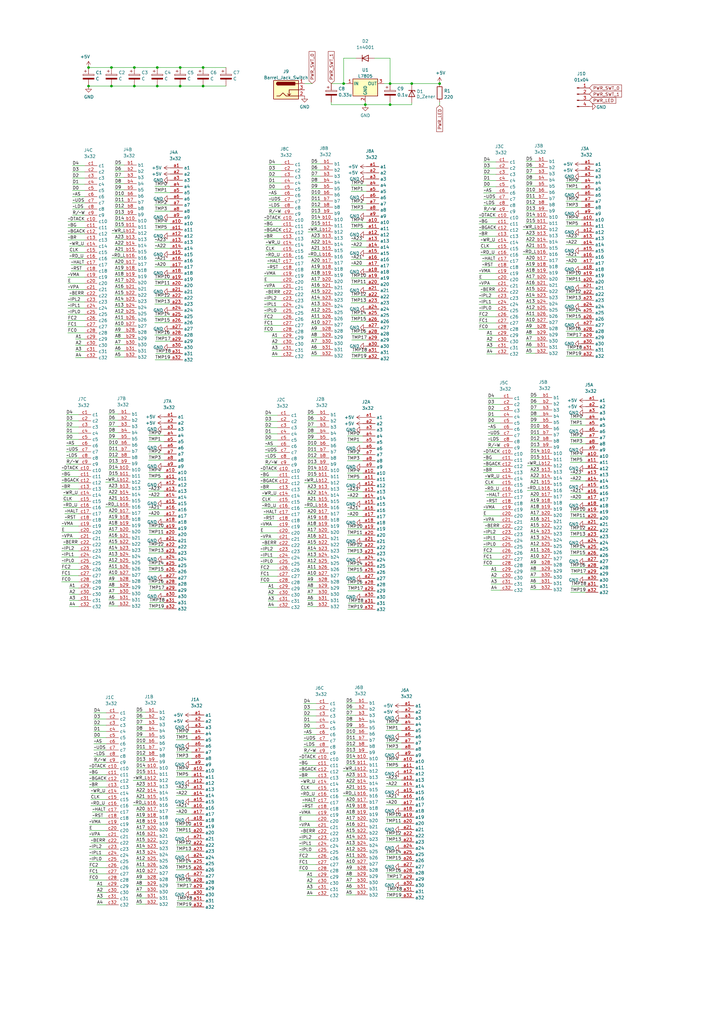
<source format=kicad_sch>
(kicad_sch (version 20230121) (generator eeschema)
  (paper "A3" portrait)
  (junction (at 160.02 42.926))
  (junction (at 45.72 35.306))
  (junction (at 83.312 35.306))
  (junction (at 36.322 27.686))
  (junction (at 64.516 27.686))
  (junction (at 45.72 27.686))
  (junction (at 55.118 27.686))
  (junction (at 64.516 35.306))
  (junction (at 73.914 27.686))
  (junction (at 83.312 27.686))
  (junction (at 140.97 34.29))
  (junction (at 180.34 34.29))
  (junction (at 55.118 35.306))
  (junction (at 36.322 35.306))
  (junction (at 73.914 35.306))
  (junction (at 149.86 42.926))
  (junction (at 160.02 34.29))
  (junction (at 168.91 34.29))
  (wire (pts (xy 232.156 105.41) (xy 238.506 105.41)))
  (wire (pts (xy 145.796 318.77) (xy 141.986 318.77)))
  (wire (pts (xy 106.807 228.727) (xy 113.792 228.727)))
  (wire (pts (xy 36.576 343.154) (xy 43.561 343.154)))
  (wire (pts (xy 43.307 197.739) (xy 48.387 197.739)))
  (wire (pts (xy 200.152 183.642) (xy 205.232 183.642)))
  (wire (pts (xy 50.927 85.471) (xy 47.117 85.471)))
  (wire (pts (xy 63.5 109.474) (xy 69.85 109.474)))
  (wire (pts (xy 25.273 215.773) (xy 32.258 215.773)))
  (wire (pts (xy 198.247 214.122) (xy 205.232 214.122)))
  (wire (pts (xy 232.156 107.95) (xy 238.506 107.95)))
  (wire (pts (xy 115.316 143.637) (xy 111.506 143.637)))
  (wire (pts (xy 55.118 27.686) (xy 64.516 27.686)))
  (wire (pts (xy 124.587 303.784) (xy 129.667 303.784)))
  (wire (pts (xy 124.841 197.993) (xy 129.921 197.993)))
  (wire (pts (xy 145.796 300.99) (xy 141.986 300.99)))
  (wire (pts (xy 221.361 188.468) (xy 217.551 188.468)))
  (wire (pts (xy 108.966 100.457) (xy 115.316 100.457)))
  (wire (pts (xy 145.796 346.71) (xy 141.986 346.71)))
  (wire (pts (xy 63.5 86.614) (xy 69.85 86.614)))
  (wire (pts (xy 72.263 361.823) (xy 78.613 361.823)))
  (wire (pts (xy 219.583 127.127) (xy 215.773 127.127)))
  (wire (pts (xy 50.927 75.311) (xy 47.117 75.311)))
  (wire (pts (xy 196.469 124.841) (xy 203.454 124.841)))
  (wire (pts (xy 108.712 177.927) (xy 113.792 177.927)))
  (wire (pts (xy 198.247 219.202) (xy 205.232 219.202)))
  (wire (pts (xy 108.331 118.237) (xy 115.316 118.237)))
  (wire (pts (xy 27.813 126.365) (xy 34.798 126.365)))
  (wire (pts (xy 27.178 177.673) (xy 32.258 177.673)))
  (wire (pts (xy 129.921 177.673) (xy 126.111 177.673)))
  (wire (pts (xy 221.361 224.028) (xy 217.551 224.028)))
  (wire (pts (xy 144.018 131.826) (xy 150.368 131.826)))
  (wire (pts (xy 59.69 309.88) (xy 55.88 309.88)))
  (wire (pts (xy 158.369 345.313) (xy 164.719 345.313)))
  (wire (pts (xy 233.934 212.471) (xy 240.284 212.471)))
  (wire (pts (xy 27.178 175.133) (xy 32.258 175.133)))
  (wire (pts (xy 158.75 365.633) (xy 164.719 365.633)))
  (wire (pts (xy 115.316 146.177) (xy 111.506 146.177)))
  (wire (pts (xy 59.69 302.26) (xy 55.88 302.26)))
  (wire (pts (xy 123.952 329.184) (xy 129.667 329.184)))
  (wire (pts (xy 122.682 339.344) (xy 129.667 339.344)))
  (wire (pts (xy 107.442 223.647) (xy 113.792 223.647)))
  (wire (pts (xy 48.387 174.879) (xy 44.577 174.879)))
  (wire (pts (xy 168.91 34.29) (xy 180.34 34.29)))
  (wire (pts (xy 203.454 142.621) (xy 199.644 142.621)))
  (wire (pts (xy 48.387 238.379) (xy 44.577 238.379)))
  (wire (pts (xy 122.682 357.124) (xy 129.667 357.124)))
  (wire (pts (xy 158.369 307.213) (xy 164.719 307.213)))
  (wire (pts (xy 25.908 223.393) (xy 32.258 223.393)))
  (wire (pts (xy 110.236 72.517) (xy 115.316 72.517)))
  (wire (pts (xy 145.796 336.55) (xy 141.986 336.55)))
  (wire (pts (xy 196.469 122.301) (xy 203.454 122.301)))
  (wire (pts (xy 144.018 129.286) (xy 150.368 129.286)))
  (wire (pts (xy 144.018 106.426) (xy 150.368 106.426)))
  (wire (pts (xy 29.718 73.025) (xy 34.798 73.025)))
  (wire (pts (xy 158.369 358.013) (xy 164.719 358.013)))
  (wire (pts (xy 36.576 317.754) (xy 43.561 317.754)))
  (wire (pts (xy 48.387 205.359) (xy 44.577 205.359)))
  (wire (pts (xy 63.5 114.554) (xy 69.85 114.554)))
  (wire (pts (xy 232.41 138.43) (xy 238.506 138.43)))
  (wire (pts (xy 29.083 108.585) (xy 34.798 108.585)))
  (wire (pts (xy 149.86 42.926) (xy 160.02 42.926)))
  (wire (pts (xy 135.89 42.926) (xy 149.86 42.926)))
  (wire (pts (xy 129.921 243.713) (xy 126.111 243.713)))
  (wire (pts (xy 36.576 355.854) (xy 43.561 355.854)))
  (wire (pts (xy 108.331 92.837) (xy 115.316 92.837)))
  (wire (pts (xy 36.576 350.774) (xy 43.561 350.774)))
  (wire (pts (xy 131.445 82.423) (xy 127.635 82.423)))
  (wire (pts (xy 129.921 210.693) (xy 126.111 210.693)))
  (wire (pts (xy 124.587 306.324) (xy 129.667 306.324)))
  (wire (pts (xy 158.623 360.553) (xy 164.719 360.553)))
  (wire (pts (xy 233.934 187.071) (xy 240.284 187.071)))
  (wire (pts (xy 158.369 297.053) (xy 164.719 297.053)))
  (wire (pts (xy 73.914 27.686) (xy 83.312 27.686)))
  (wire (pts (xy 196.469 96.901) (xy 203.454 96.901)))
  (wire (pts (xy 219.583 66.167) (xy 215.773 66.167)))
  (wire (pts (xy 108.331 113.157) (xy 115.316 113.157)))
  (wire (pts (xy 109.601 108.077) (xy 115.316 108.077)))
  (wire (pts (xy 34.798 139.065) (xy 30.988 139.065)))
  (wire (pts (xy 196.469 89.281) (xy 203.454 89.281)))
  (wire (pts (xy 129.921 203.073) (xy 126.111 203.073)))
  (wire (pts (xy 131.445 100.203) (xy 127.635 100.203)))
  (wire (pts (xy 140.97 23.876) (xy 140.97 34.29)))
  (wire (pts (xy 131.445 102.743) (xy 127.635 102.743)))
  (wire (pts (xy 131.445 79.883) (xy 127.635 79.883)))
  (wire (pts (xy 27.813 95.885) (xy 34.798 95.885)))
  (wire (pts (xy 108.712 170.307) (xy 113.792 170.307)))
  (wire (pts (xy 129.667 359.664) (xy 125.857 359.664)))
  (wire (pts (xy 38.481 299.974) (xy 43.561 299.974)))
  (wire (pts (xy 232.156 123.19) (xy 238.506 123.19)))
  (wire (pts (xy 60.96 231.902) (xy 67.31 231.902)))
  (wire (pts (xy 126.365 95.123) (xy 131.445 95.123)))
  (wire (pts (xy 110.236 82.677) (xy 115.316 82.677)))
  (wire (pts (xy 59.69 294.64) (xy 55.88 294.64)))
  (wire (pts (xy 198.374 84.201) (xy 203.454 84.201)))
  (wire (pts (xy 72.263 308.483) (xy 78.613 308.483)))
  (wire (pts (xy 72.263 356.743) (xy 78.613 356.743)))
  (wire (pts (xy 72.263 316.103) (xy 78.613 316.103)))
  (wire (pts (xy 131.445 90.043) (xy 127.635 90.043)))
  (wire (pts (xy 110.236 67.437) (xy 115.316 67.437)))
  (wire (pts (xy 234.061 242.951) (xy 240.284 242.951)))
  (wire (pts (xy 28.448 103.505) (xy 34.798 103.505)))
  (wire (pts (xy 197.739 107.061) (xy 203.454 107.061)))
  (wire (pts (xy 145.796 298.45) (xy 141.986 298.45)))
  (wire (pts (xy 45.847 105.791) (xy 50.927 105.791)))
  (wire (pts (xy 129.921 231.013) (xy 126.111 231.013)))
  (wire (pts (xy 196.469 127.381) (xy 203.454 127.381)))
  (wire (pts (xy 63.5 78.994) (xy 69.85 78.994)))
  (wire (pts (xy 123.317 321.564) (xy 129.667 321.564)))
  (wire (pts (xy 32.258 243.713) (xy 28.448 243.713)))
  (wire (pts (xy 131.445 130.683) (xy 127.635 130.683)))
  (wire (pts (xy 233.934 204.851) (xy 240.284 204.851)))
  (wire (pts (xy 48.387 210.439) (xy 44.577 210.439)))
  (wire (pts (xy 59.69 368.3) (xy 55.88 368.3)))
  (wire (pts (xy 131.445 145.923) (xy 127.635 145.923)))
  (wire (pts (xy 140.716 326.39) (xy 145.796 326.39)))
  (wire (pts (xy 108.712 172.847) (xy 113.792 172.847)))
  (wire (pts (xy 83.312 35.306) (xy 92.71 35.306)))
  (wire (pts (xy 27.813 116.205) (xy 34.798 116.205)))
  (wire (pts (xy 232.156 90.17) (xy 238.506 90.17)))
  (wire (pts (xy 196.469 112.141) (xy 203.454 112.141)))
  (wire (pts (xy 27.178 185.293) (xy 32.258 185.293)))
  (wire (pts (xy 63.5 76.454) (xy 69.85 76.454)))
  (wire (pts (xy 198.247 209.042) (xy 205.232 209.042)))
  (wire (pts (xy 124.587 308.864) (xy 129.667 308.864)))
  (wire (pts (xy 198.247 186.182) (xy 205.232 186.182)))
  (wire (pts (xy 38.481 297.434) (xy 43.561 297.434)))
  (wire (pts (xy 221.361 236.728) (xy 217.551 236.728)))
  (wire (pts (xy 59.69 335.28) (xy 55.88 335.28)))
  (wire (pts (xy 142.494 181.356) (xy 148.844 181.356)))
  (wire (pts (xy 214.503 104.267) (xy 219.583 104.267)))
  (wire (pts (xy 233.934 220.091) (xy 240.284 220.091)))
  (wire (pts (xy 106.807 236.347) (xy 113.792 236.347)))
  (wire (pts (xy 106.807 226.187) (xy 113.792 226.187)))
  (wire (pts (xy 72.263 318.643) (xy 78.613 318.643)))
  (wire (pts (xy 113.792 243.967) (xy 109.982 243.967)))
  (wire (pts (xy 122.682 311.404) (xy 129.667 311.404)))
  (wire (pts (xy 129.921 192.913) (xy 126.111 192.913)))
  (wire (pts (xy 205.232 239.522) (xy 201.422 239.522)))
  (wire (pts (xy 59.69 297.18) (xy 55.88 297.18)))
  (wire (pts (xy 131.445 69.723) (xy 127.635 69.723)))
  (wire (pts (xy 200.152 176.022) (xy 205.232 176.022)))
  (wire (pts (xy 38.481 302.514) (xy 43.561 302.514)))
  (wire (pts (xy 25.273 195.453) (xy 32.258 195.453)))
  (wire (pts (xy 160.02 23.876) (xy 160.02 34.29)))
  (wire (pts (xy 145.796 367.03) (xy 141.986 367.03)))
  (wire (pts (xy 72.263 349.123) (xy 78.613 349.123)))
  (wire (pts (xy 108.331 95.377) (xy 115.316 95.377)))
  (wire (pts (xy 29.718 85.725) (xy 34.798 85.725)))
  (wire (pts (xy 140.716 316.23) (xy 145.796 316.23)))
  (wire (pts (xy 221.361 229.108) (xy 217.551 229.108)))
  (wire (pts (xy 219.583 101.727) (xy 215.773 101.727)))
  (wire (pts (xy 38.481 307.594) (xy 43.561 307.594)))
  (wire (pts (xy 196.469 91.821) (xy 203.454 91.821)))
  (wire (pts (xy 38.481 312.674) (xy 43.561 312.674)))
  (wire (pts (xy 32.258 241.173) (xy 28.448 241.173)))
  (wire (pts (xy 234.315 240.411) (xy 240.284 240.411)))
  (wire (pts (xy 200.152 170.942) (xy 205.232 170.942)))
  (wire (pts (xy 63.5 124.714) (xy 69.85 124.714)))
  (wire (pts (xy 145.796 303.53) (xy 141.986 303.53)))
  (wire (pts (xy 129.921 225.933) (xy 126.111 225.933)))
  (wire (pts (xy 145.796 344.17) (xy 141.986 344.17)))
  (wire (pts (xy 142.494 201.676) (xy 148.844 201.676)))
  (wire (pts (xy 50.927 72.771) (xy 47.117 72.771)))
  (wire (pts (xy 29.083 111.125) (xy 34.798 111.125)))
  (wire (pts (xy 27.178 190.373) (xy 32.258 190.373)))
  (wire (pts (xy 129.921 195.453) (xy 126.111 195.453)))
  (wire (pts (xy 122.682 334.264) (xy 129.667 334.264)))
  (wire (pts (xy 59.69 363.22) (xy 55.88 363.22)))
  (wire (pts (xy 50.927 143.891) (xy 47.117 143.891)))
  (wire (pts (xy 144.018 114.046) (xy 150.368 114.046)))
  (wire (pts (xy 43.561 371.094) (xy 39.751 371.094)))
  (wire (pts (xy 54.61 330.2) (xy 59.69 330.2)))
  (wire (pts (xy 108.712 190.627) (xy 113.792 190.627)))
  (wire (pts (xy 32.258 246.253) (xy 28.448 246.253)))
  (wire (pts (xy 198.374 79.121) (xy 203.454 79.121)))
  (wire (pts (xy 219.583 76.327) (xy 215.773 76.327)))
  (wire (pts (xy 144.018 75.946) (xy 150.368 75.946)))
  (wire (pts (xy 221.361 170.688) (xy 217.551 170.688)))
  (wire (pts (xy 122.682 313.944) (xy 129.667 313.944)))
  (wire (pts (xy 196.469 114.681) (xy 203.454 114.681)))
  (wire (pts (xy 122.682 336.804) (xy 129.667 336.804)))
  (wire (pts (xy 219.583 71.247) (xy 215.773 71.247)))
  (wire (pts (xy 72.39 371.983) (xy 78.613 371.983)))
  (wire (pts (xy 124.841 208.153) (xy 129.921 208.153)))
  (wire (pts (xy 48.387 248.539) (xy 44.577 248.539)))
  (wire (pts (xy 107.442 205.867) (xy 113.792 205.867)))
  (wire (pts (xy 232.537 143.51) (xy 238.506 143.51)))
  (wire (pts (xy 48.387 240.919) (xy 44.577 240.919)))
  (wire (pts (xy 38.481 294.894) (xy 43.561 294.894)))
  (wire (pts (xy 29.718 75.565) (xy 34.798 75.565)))
  (wire (pts (xy 198.247 221.742) (xy 205.232 221.742)))
  (wire (pts (xy 25.273 200.533) (xy 32.258 200.533)))
  (wire (pts (xy 108.331 133.477) (xy 115.316 133.477)))
  (wire (pts (xy 219.583 144.907) (xy 215.773 144.907)))
  (wire (pts (xy 145.796 288.29) (xy 141.986 288.29)))
  (wire (pts (xy 108.331 115.697) (xy 115.316 115.697)))
  (wire (pts (xy 50.927 136.271) (xy 47.117 136.271)))
  (wire (pts (xy 122.682 344.424) (xy 129.667 344.424)))
  (wire (pts (xy 131.445 138.303) (xy 127.635 138.303)))
  (wire (pts (xy 221.361 173.228) (xy 217.551 173.228)))
  (wire (pts (xy 34.798 144.145) (xy 30.988 144.145)))
  (wire (pts (xy 27.178 180.213) (xy 32.258 180.213)))
  (wire (pts (xy 221.361 239.268) (xy 217.551 239.268)))
  (wire (pts (xy 145.796 323.85) (xy 141.986 323.85)))
  (wire (pts (xy 129.667 362.204) (xy 125.857 362.204)))
  (wire (pts (xy 158.496 368.173) (xy 164.719 368.173)))
  (wire (pts (xy 221.361 183.388) (xy 217.551 183.388)))
  (wire (pts (xy 219.583 99.187) (xy 215.773 99.187)))
  (wire (pts (xy 233.934 189.611) (xy 240.284 189.611)))
  (wire (pts (xy 106.807 216.027) (xy 113.792 216.027)))
  (wire (pts (xy 25.273 228.473) (xy 32.258 228.473)))
  (wire (pts (xy 205.232 234.442) (xy 201.422 234.442)))
  (wire (pts (xy 129.921 236.093) (xy 126.111 236.093)))
  (wire (pts (xy 131.445 97.663) (xy 127.635 97.663)))
  (wire (pts (xy 48.387 187.579) (xy 44.577 187.579)))
  (wire (pts (xy 106.807 231.267) (xy 113.792 231.267)))
  (wire (pts (xy 110.236 75.057) (xy 115.316 75.057)))
  (wire (pts (xy 198.247 211.582) (xy 205.232 211.582)))
  (wire (pts (xy 27.813 133.985) (xy 34.798 133.985)))
  (wire (pts (xy 219.583 81.407) (xy 215.773 81.407)))
  (wire (pts (xy 50.927 90.551) (xy 47.117 90.551)))
  (wire (pts (xy 59.69 337.82) (xy 55.88 337.82)))
  (wire (pts (xy 50.927 100.711) (xy 47.117 100.711)))
  (wire (pts (xy 160.02 42.926) (xy 160.02 41.91)))
  (wire (pts (xy 72.263 326.263) (xy 78.613 326.263)))
  (wire (pts (xy 144.272 139.446) (xy 150.368 139.446)))
  (wire (pts (xy 50.927 110.871) (xy 47.117 110.871)))
  (wire (pts (xy 232.156 130.81) (xy 238.506 130.81)))
  (wire (pts (xy 43.561 368.554) (xy 39.751 368.554)))
  (wire (pts (xy 124.587 298.704) (xy 129.667 298.704)))
  (wire (pts (xy 158.369 335.153) (xy 164.719 335.153)))
  (wire (pts (xy 142.494 194.056) (xy 148.844 194.056)))
  (wire (pts (xy 63.5 84.074) (xy 69.85 84.074)))
  (wire (pts (xy 38.481 310.134) (xy 43.561 310.134)))
  (wire (pts (xy 221.361 180.848) (xy 217.551 180.848)))
  (wire (pts (xy 219.583 86.487) (xy 215.773 86.487)))
  (wire (pts (xy 129.921 187.833) (xy 126.111 187.833)))
  (wire (pts (xy 131.445 115.443) (xy 127.635 115.443)))
  (wire (pts (xy 50.927 98.171) (xy 47.117 98.171)))
  (wire (pts (xy 37.846 335.534) (xy 43.561 335.534)))
  (wire (pts (xy 219.583 91.567) (xy 215.773 91.567)))
  (wire (pts (xy 221.361 178.308) (xy 217.551 178.308)))
  (wire (pts (xy 219.583 119.507) (xy 215.773 119.507)))
  (wire (pts (xy 110.236 80.137) (xy 115.316 80.137)))
  (wire (pts (xy 59.69 327.66) (xy 55.88 327.66)))
  (wire (pts (xy 48.387 179.959) (xy 44.577 179.959)))
  (wire (pts (xy 48.387 223.139) (xy 44.577 223.139)))
  (wire (pts (xy 219.583 109.347) (xy 215.773 109.347)))
  (wire (pts (xy 50.927 131.191) (xy 47.117 131.191)))
  (wire (pts (xy 38.481 305.054) (xy 43.561 305.054)))
  (wire (pts (xy 25.273 225.933) (xy 32.258 225.933)))
  (wire (pts (xy 219.583 68.707) (xy 215.773 68.707)))
  (wire (pts (xy 145.796 349.25) (xy 141.986 349.25)))
  (wire (pts (xy 55.118 35.306) (xy 64.516 35.306)))
  (wire (pts (xy 29.718 88.265) (xy 34.798 88.265)))
  (wire (pts (xy 108.712 188.087) (xy 113.792 188.087)))
  (wire (pts (xy 233.934 171.831) (xy 240.284 171.831)))
  (wire (pts (xy 59.69 347.98) (xy 55.88 347.98)))
  (wire (pts (xy 110.236 87.757) (xy 115.316 87.757)))
  (wire (pts (xy 219.583 83.947) (xy 215.773 83.947)))
  (wire (pts (xy 124.587 288.544) (xy 129.667 288.544)))
  (wire (pts (xy 144.018 91.186) (xy 150.368 91.186)))
  (wire (pts (xy 34.798 146.685) (xy 30.988 146.685)))
  (wire (pts (xy 72.263 300.863) (xy 78.613 300.863)))
  (wire (pts (xy 160.02 34.29) (xy 168.91 34.29)))
  (wire (pts (xy 233.934 225.171) (xy 240.284 225.171)))
  (wire (pts (xy 64.516 27.686) (xy 73.914 27.686)))
  (wire (pts (xy 219.583 132.207) (xy 215.773 132.207)))
  (wire (pts (xy 43.561 366.014) (xy 39.751 366.014)))
  (wire (pts (xy 203.454 145.161) (xy 199.644 145.161)))
  (wire (pts (xy 145.796 295.91) (xy 141.986 295.91)))
  (wire (pts (xy 233.934 194.691) (xy 240.284 194.691)))
  (wire (pts (xy 203.454 137.541) (xy 199.644 137.541)))
  (wire (pts (xy 124.587 293.624) (xy 129.667 293.624)))
  (wire (pts (xy 106.807 193.167) (xy 113.792 193.167)))
  (wire (pts (xy 142.494 227.076) (xy 148.844 227.076)))
  (wire (pts (xy 142.621 249.936) (xy 148.844 249.936)))
  (wire (pts (xy 48.387 190.119) (xy 44.577 190.119)))
  (wire (pts (xy 158.369 322.453) (xy 164.719 322.453)))
  (wire (pts (xy 63.5 91.694) (xy 69.85 91.694)))
  (wire (pts (xy 27.813 90.805) (xy 34.798 90.805)))
  (wire (pts (xy 129.921 205.613) (xy 126.111 205.613)))
  (wire (pts (xy 60.96 196.342) (xy 67.31 196.342)))
  (wire (pts (xy 234.188 235.331) (xy 240.284 235.331)))
  (wire (pts (xy 233.934 179.451) (xy 240.284 179.451)))
  (wire (pts (xy 131.445 92.583) (xy 127.635 92.583)))
  (wire (pts (xy 129.667 367.284) (xy 125.857 367.284)))
  (wire (pts (xy 27.178 187.833) (xy 32.258 187.833)))
  (wire (pts (xy 108.331 130.937) (xy 115.316 130.937)))
  (wire (pts (xy 108.712 175.387) (xy 113.792 175.387)))
  (wire (pts (xy 144.018 121.666) (xy 150.368 121.666)))
  (wire (pts (xy 72.263 323.723) (xy 78.613 323.723)))
  (wire (pts (xy 142.494 224.536) (xy 148.844 224.536)))
  (wire (pts (xy 198.374 86.741) (xy 203.454 86.741)))
  (wire (pts (xy 59.69 355.6) (xy 55.88 355.6)))
  (wire (pts (xy 60.96 216.662) (xy 67.31 216.662)))
  (wire (pts (xy 107.442 208.407) (xy 113.792 208.407)))
  (wire (pts (xy 50.927 123.571) (xy 47.117 123.571)))
  (wire (pts (xy 36.576 320.294) (xy 43.561 320.294)))
  (wire (pts (xy 158.369 314.833) (xy 164.719 314.833)))
  (wire (pts (xy 219.583 137.287) (xy 215.773 137.287)))
  (wire (pts (xy 219.583 78.867) (xy 215.773 78.867)))
  (wire (pts (xy 203.454 140.081) (xy 199.644 140.081)))
  (wire (pts (xy 142.494 219.456) (xy 148.844 219.456)))
  (wire (pts (xy 108.966 102.997) (xy 115.316 102.997)))
  (wire (pts (xy 145.796 313.69) (xy 141.986 313.69)))
  (wire (pts (xy 221.361 185.928) (xy 217.551 185.928)))
  (wire (pts (xy 131.445 123.063) (xy 127.635 123.063)))
  (wire (pts (xy 124.587 296.164) (xy 129.667 296.164)))
  (wire (pts (xy 27.813 123.825) (xy 34.798 123.825)))
  (wire (pts (xy 63.5 99.314) (xy 69.85 99.314)))
  (wire (pts (xy 48.387 169.799) (xy 44.577 169.799)))
  (wire (pts (xy 219.583 89.027) (xy 215.773 89.027)))
  (wire (pts (xy 50.927 115.951) (xy 47.117 115.951)))
  (wire (pts (xy 50.927 77.851) (xy 47.117 77.851)))
  (wire (pts (xy 122.682 354.584) (xy 129.667 354.584)))
  (wire (pts (xy 36.576 315.214) (xy 43.561 315.214)))
  (wire (pts (xy 110.236 77.597) (xy 115.316 77.597)))
  (wire (pts (xy 63.5 94.234) (xy 69.85 94.234)))
  (wire (pts (xy 221.361 193.548) (xy 217.551 193.548)))
  (wire (pts (xy 48.387 225.679) (xy 44.577 225.679)))
  (wire (pts (xy 200.152 168.402) (xy 205.232 168.402)))
  (wire (pts (xy 232.156 85.09) (xy 238.506 85.09)))
  (wire (pts (xy 219.583 73.787) (xy 215.773 73.787)))
  (wire (pts (xy 221.361 163.068) (xy 217.551 163.068)))
  (wire (pts (xy 129.921 180.213) (xy 126.111 180.213)))
  (wire (pts (xy 73.914 35.306) (xy 83.312 35.306)))
  (wire (pts (xy 113.792 249.047) (xy 109.982 249.047)))
  (wire (pts (xy 145.796 356.87) (xy 141.986 356.87)))
  (wire (pts (xy 168.91 42.926) (xy 168.91 42.164)))
  (wire (pts (xy 122.682 319.024) (xy 129.667 319.024)))
  (wire (pts (xy 60.96 224.282) (xy 67.31 224.282)))
  (wire (pts (xy 145.796 311.15) (xy 141.986 311.15)))
  (wire (pts (xy 72.263 333.883) (xy 78.613 333.883)))
  (wire (pts (xy 219.583 116.967) (xy 215.773 116.967)))
  (wire (pts (xy 50.927 128.651) (xy 47.117 128.651)))
  (wire (pts (xy 232.156 77.47) (xy 238.506 77.47)))
  (wire (pts (xy 131.445 140.843) (xy 127.635 140.843)))
  (wire (pts (xy 108.331 125.857) (xy 115.316 125.857)))
  (wire (pts (xy 145.796 306.07) (xy 141.986 306.07)))
  (wire (pts (xy 221.361 206.248) (xy 217.551 206.248)))
  (wire (pts (xy 72.263 331.343) (xy 78.613 331.343)))
  (wire (pts (xy 59.69 350.52) (xy 55.88 350.52)))
  (wire (pts (xy 233.934 181.991) (xy 240.284 181.991)))
  (wire (pts (xy 37.211 345.694) (xy 43.561 345.694)))
  (wire (pts (xy 158.369 350.393) (xy 164.719 350.393)))
  (wire (pts (xy 219.583 111.887) (xy 215.773 111.887)))
  (wire (pts (xy 43.307 207.899) (xy 48.387 207.899)))
  (wire (pts (xy 145.796 364.49) (xy 141.986 364.49)))
  (wire (pts (xy 142.494 232.156) (xy 148.844 232.156)))
  (wire (pts (xy 50.927 93.091) (xy 47.117 93.091)))
  (wire (pts (xy 197.739 109.601) (xy 203.454 109.601)))
  (wire (pts (xy 36.322 27.686) (xy 45.72 27.686)))
  (wire (pts (xy 129.921 170.053) (xy 126.111 170.053)))
  (wire (pts (xy 108.966 120.777) (xy 115.316 120.777)))
  (wire (pts (xy 131.445 112.903) (xy 127.635 112.903)))
  (wire (pts (xy 50.927 67.691) (xy 47.117 67.691)))
  (wire (pts (xy 129.667 364.744) (xy 125.857 364.744)))
  (wire (pts (xy 25.273 231.013) (xy 32.258 231.013)))
  (wire (pts (xy 232.156 135.89) (xy 238.506 135.89)))
  (wire (pts (xy 221.361 231.648) (xy 217.551 231.648)))
  (wire (pts (xy 36.576 348.234) (xy 43.561 348.234)))
  (wire (pts (xy 196.469 94.361) (xy 203.454 94.361)))
  (wire (pts (xy 27.813 118.745) (xy 34.798 118.745)))
  (wire (pts (xy 146.05 23.876) (xy 140.97 23.876)))
  (wire (pts (xy 232.156 74.93) (xy 238.506 74.93)))
  (wire (pts (xy 37.211 325.374) (xy 43.561 325.374)))
  (wire (pts (xy 221.361 196.088) (xy 217.551 196.088)))
  (wire (pts (xy 72.644 369.443) (xy 78.613 369.443)))
  (wire (pts (xy 27.813 98.425) (xy 34.798 98.425)))
  (wire (pts (xy 131.445 143.383) (xy 127.635 143.383)))
  (wire (pts (xy 27.178 170.053) (xy 32.258 170.053)))
  (wire (pts (xy 63.5 122.174) (xy 69.85 122.174)))
  (wire (pts (xy 158.369 327.533) (xy 164.719 327.533)))
  (wire (pts (xy 48.387 172.339) (xy 44.577 172.339)))
  (wire (pts (xy 26.543 213.233) (xy 32.258 213.233)))
  (wire (pts (xy 158.369 299.593) (xy 164.719 299.593)))
  (wire (pts (xy 27.813 128.905) (xy 34.798 128.905)))
  (wire (pts (xy 221.361 198.628) (xy 217.551 198.628)))
  (wire (pts (xy 122.682 316.484) (xy 129.667 316.484)))
  (wire (pts (xy 142.494 188.976) (xy 148.844 188.976)))
  (wire (pts (xy 198.247 193.802) (xy 205.232 193.802)))
  (wire (pts (xy 219.583 142.367) (xy 215.773 142.367)))
  (wire (pts (xy 25.273 197.993) (xy 32.258 197.993)))
  (wire (pts (xy 25.273 192.913) (xy 32.258 192.913)))
  (wire (pts (xy 108.966 105.537) (xy 115.316 105.537)))
  (wire (pts (xy 63.627 147.574) (xy 69.85 147.574)))
  (wire (pts (xy 50.927 118.491) (xy 47.117 118.491)))
  (wire (pts (xy 48.387 200.279) (xy 44.577 200.279)))
  (wire (pts (xy 72.263 338.963) (xy 78.613 338.963)))
  (wire (pts (xy 142.494 209.296) (xy 148.844 209.296)))
  (wire (pts (xy 142.494 196.596) (xy 148.844 196.596)))
  (wire (pts (xy 61.214 242.062) (xy 67.31 242.062)))
  (wire (pts (xy 135.89 42.926) (xy 135.89 41.91)))
  (wire (pts (xy 219.583 114.427) (xy 215.773 114.427)))
  (wire (pts (xy 232.156 100.33) (xy 238.506 100.33)))
  (wire (pts (xy 149.86 42.926) (xy 149.86 41.91)))
  (wire (pts (xy 108.331 136.017) (xy 115.316 136.017)))
  (wire (pts (xy 198.374 66.421) (xy 203.454 66.421)))
  (wire (pts (xy 43.561 363.474) (xy 39.751 363.474)))
  (wire (pts (xy 131.445 74.803) (xy 127.635 74.803)))
  (wire (pts (xy 113.792 246.507) (xy 109.982 246.507)))
  (wire (pts (xy 219.583 106.807) (xy 215.773 106.807)))
  (wire (pts (xy 232.156 82.55) (xy 238.506 82.55)))
  (wire (pts (xy 168.91 34.544) (xy 168.91 34.29)))
  (wire (pts (xy 140.97 34.29) (xy 142.24 34.29)))
  (wire (pts (xy 38.481 292.354) (xy 43.561 292.354)))
  (wire (pts (xy 205.232 236.982) (xy 201.422 236.982)))
  (wire (pts (xy 233.934 197.231) (xy 240.284 197.231)))
  (wire (pts (xy 145.796 308.61) (xy 141.986 308.61)))
  (wire (pts (xy 45.72 35.306) (xy 55.118 35.306)))
  (wire (pts (xy 142.494 216.916) (xy 148.844 216.916)))
  (wire (pts (xy 233.934 227.711) (xy 240.284 227.711)))
  (wire (pts (xy 72.263 346.583) (xy 78.613 346.583)))
  (wire (pts (xy 110.236 85.217) (xy 115.316 85.217)))
  (wire (pts (xy 60.96 186.182) (xy 67.31 186.182)))
  (wire (pts (xy 59.69 358.14) (xy 55.88 358.14)))
  (wire (pts (xy 232.156 92.71) (xy 238.506 92.71)))
  (wire (pts (xy 221.361 175.768) (xy 217.551 175.768)))
  (wire (pts (xy 131.445 135.763) (xy 127.635 135.763)))
  (wire (pts (xy 59.69 307.34) (xy 55.88 307.34)))
  (wire (pts (xy 50.927 70.231) (xy 47.117 70.231)))
  (wire (pts (xy 129.921 220.853) (xy 126.111 220.853)))
  (wire (pts (xy 200.152 165.862) (xy 205.232 165.862)))
  (wire (pts (xy 59.69 342.9) (xy 55.88 342.9)))
  (wire (pts (xy 221.361 165.608) (xy 217.551 165.608)))
  (wire (pts (xy 25.273 233.553) (xy 32.258 233.553)))
  (wire (pts (xy 131.445 128.143) (xy 127.635 128.143)))
  (wire (pts (xy 145.796 321.31) (xy 141.986 321.31)))
  (wire (pts (xy 29.718 83.185) (xy 34.798 83.185)))
  (wire (pts (xy 106.807 200.787) (xy 113.792 200.787)))
  (wire (pts (xy 129.921 241.173) (xy 126.111 241.173)))
  (wire (pts (xy 50.927 80.391) (xy 47.117 80.391)))
  (wire (pts (xy 50.927 121.031) (xy 47.117 121.031)))
  (wire (pts (xy 216.281 191.008) (xy 221.361 191.008)))
  (wire (pts (xy 160.02 42.926) (xy 168.91 42.926)))
  (wire (pts (xy 142.494 178.816) (xy 148.844 178.816)))
  (wire (pts (xy 144.018 86.106) (xy 150.368 86.106)))
  (wire (pts (xy 48.387 185.039) (xy 44.577 185.039)))
  (wire (pts (xy 50.927 88.011) (xy 47.117 88.011)))
  (wire (pts (xy 145.796 334.01) (xy 141.986 334.01)))
  (wire (pts (xy 145.796 331.47) (xy 141.986 331.47)))
  (wire (pts (xy 25.273 218.313) (xy 32.258 218.313)))
  (wire (pts (xy 36.576 340.614) (xy 43.561 340.614)))
  (wire (pts (xy 26.543 210.693) (xy 32.258 210.693)))
  (wire (pts (xy 59.69 312.42) (xy 55.88 312.42)))
  (wire (pts (xy 72.517 364.363) (xy 78.613 364.363)))
  (wire (pts (xy 145.796 361.95) (xy 141.986 361.95)))
  (wire (pts (xy 131.445 117.983) (xy 127.635 117.983)))
  (wire (pts (xy 144.018 136.906) (xy 150.368 136.906)))
  (wire (pts (xy 63.5 137.414) (xy 69.85 137.414)))
  (wire (pts (xy 37.846 332.994) (xy 43.561 332.994)))
  (wire (pts (xy 60.96 219.202) (xy 67.31 219.202)))
  (wire (pts (xy 198.247 226.822) (xy 205.232 226.822)))
  (wire (pts (xy 216.281 201.168) (xy 221.361 201.168)))
  (wire (pts (xy 123.317 324.104) (xy 129.667 324.104)))
  (wire (pts (xy 106.807 218.567) (xy 113.792 218.567)))
  (wire (pts (xy 144.145 147.066) (xy 150.368 147.066)))
  (wire (pts (xy 145.796 359.41) (xy 141.986 359.41)))
  (wire (pts (xy 196.469 117.221) (xy 203.454 117.221)))
  (wire (pts (xy 123.952 331.724) (xy 129.667 331.724)))
  (wire (pts (xy 29.718 70.485) (xy 34.798 70.485)))
  (wire (pts (xy 59.69 325.12) (xy 55.88 325.12)))
  (wire (pts (xy 198.882 201.422) (xy 205.232 201.422)))
  (wire (pts (xy 25.908 208.153) (xy 32.258 208.153)))
  (wire (pts (xy 60.96 178.562) (xy 67.31 178.562)))
  (wire (pts (xy 145.796 351.79) (xy 141.986 351.79)))
  (wire (pts (xy 221.361 208.788) (xy 217.551 208.788)))
  (wire (pts (xy 25.273 236.093) (xy 32.258 236.093)))
  (wire (pts (xy 129.921 213.233) (xy 126.111 213.233)))
  (wire (pts (xy 59.69 345.44) (xy 55.88 345.44)))
  (wire (pts (xy 129.921 228.473) (xy 126.111 228.473)))
  (wire (pts (xy 145.796 341.63) (xy 141.986 341.63)))
  (wire (pts (xy 145.796 293.37) (xy 141.986 293.37)))
  (wire (pts (xy 60.96 226.822) (xy 67.31 226.822)))
  (wire (pts (xy 36.576 338.074) (xy 43.561 338.074)))
  (wire (pts (xy 59.69 317.5) (xy 55.88 317.5)))
  (wire (pts (xy 36.576 353.314) (xy 43.561 353.314)))
  (wire (pts (xy 108.712 183.007) (xy 113.792 183.007)))
  (wire (pts (xy 131.445 67.183) (xy 127.635 67.183)))
  (wire (pts (xy 108.077 213.487) (xy 113.792 213.487)))
  (wire (pts (xy 198.247 231.902) (xy 205.232 231.902)))
  (wire (pts (xy 144.018 116.586) (xy 150.368 116.586)))
  (wire (pts (xy 60.96 201.422) (xy 67.31 201.422)))
  (wire (pts (xy 106.807 233.807) (xy 113.792 233.807)))
  (wire (pts (xy 60.96 211.582) (xy 67.31 211.582)))
  (wire (pts (xy 60.96 203.962) (xy 67.31 203.962)))
  (wire (pts (xy 142.875 247.396) (xy 148.844 247.396)))
  (wire (pts (xy 27.178 182.753) (xy 32.258 182.753)))
  (wire (pts (xy 128.016 34.29) (xy 124.968 34.29)))
  (wire (pts (xy 28.448 121.285) (xy 34.798 121.285)))
  (wire (pts (xy 205.232 242.062) (xy 201.422 242.062)))
  (wire (pts (xy 61.087 249.682) (xy 67.31 249.682)))
  (wire (pts (xy 129.921 223.393) (xy 126.111 223.393)))
  (wire (pts (xy 60.96 181.102) (xy 67.31 181.102)))
  (wire (pts (xy 29.718 78.105) (xy 34.798 78.105)))
  (wire (pts (xy 144.399 144.526) (xy 150.368 144.526)))
  (wire (pts (xy 221.361 216.408) (xy 217.551 216.408)))
  (wire (pts (xy 221.361 203.708) (xy 217.551 203.708)))
  (wire (pts (xy 158.369 337.693) (xy 164.719 337.693)))
  (wire (pts (xy 50.927 126.111) (xy 47.117 126.111)))
  (wire (pts (xy 129.921 200.533) (xy 126.111 200.533)))
  (wire (pts (xy 63.5 132.334) (xy 69.85 132.334)))
  (wire (pts (xy 198.247 188.722) (xy 205.232 188.722)))
  (wire (pts (xy 63.754 139.954) (xy 69.85 139.954)))
  (wire (pts (xy 144.018 124.206) (xy 150.368 124.206)))
  (wire (pts (xy 196.469 129.921) (xy 203.454 129.921)))
  (wire (pts (xy 232.156 120.65) (xy 238.506 120.65)))
  (wire (pts (xy 198.882 196.342) (xy 205.232 196.342)))
  (wire (pts (xy 142.494 234.696) (xy 148.844 234.696)))
  (wire (pts (xy 48.387 243.459) (xy 44.577 243.459)))
  (wire (pts (xy 54.61 320.04) (xy 59.69 320.04)))
  (wire (pts (xy 232.283 146.05) (xy 238.506 146.05)))
  (wire (pts (xy 123.317 326.644) (xy 129.667 326.644)))
  (wire (pts (xy 219.583 134.747) (xy 215.773 134.747)))
  (wire (pts (xy 50.927 133.731) (xy 47.117 133.731)))
  (wire (pts (xy 233.934 217.551) (xy 240.284 217.551)))
  (wire (pts (xy 48.387 218.059) (xy 44.577 218.059)))
  (wire (pts (xy 145.796 290.83) (xy 141.986 290.83)))
  (wire (pts (xy 59.69 353.06) (xy 55.88 353.06)))
  (wire (pts (xy 48.387 220.599) (xy 44.577 220.599)))
  (wire (pts (xy 233.934 202.311) (xy 240.284 202.311)))
  (wire (pts (xy 45.847 95.631) (xy 50.927 95.631)))
  (wire (pts (xy 48.387 192.659) (xy 44.577 192.659)))
  (wire (pts (xy 158.369 330.073) (xy 164.719 330.073)))
  (wire (pts (xy 50.927 113.411) (xy 47.117 113.411)))
  (wire (pts (xy 59.69 299.72) (xy 55.88 299.72)))
  (wire (pts (xy 158.369 352.933) (xy 164.719 352.933)))
  (wire (pts (xy 145.796 328.93) (xy 141.986 328.93)))
  (wire (pts (xy 63.5 106.934) (xy 69.85 106.934)))
  (wire (pts (xy 135.89 34.29) (xy 140.97 34.29)))
  (wire (pts (xy 197.104 119.761) (xy 203.454 119.761)))
  (wire (pts (xy 29.718 80.645) (xy 34.798 80.645)))
  (wire (pts (xy 27.813 113.665) (xy 34.798 113.665)))
  (wire (pts (xy 72.263 311.023) (xy 78.613 311.023)))
  (wire (pts (xy 50.927 141.351) (xy 47.117 141.351)))
  (wire (pts (xy 198.247 229.362) (xy 205.232 229.362)))
  (wire (pts (xy 198.882 216.662) (xy 205.232 216.662)))
  (wire (pts (xy 36.576 360.934) (xy 43.561 360.934)))
  (wire (pts (xy 219.583 139.827) (xy 215.773 139.827)))
  (wire (pts (xy 28.448 106.045) (xy 34.798 106.045)))
  (wire (pts (xy 48.387 195.199) (xy 44.577 195.199)))
  (wire (pts (xy 108.331 97.917) (xy 115.316 97.917)))
  (wire (pts (xy 233.934 174.371) (xy 240.284 174.371)))
  (wire (pts (xy 48.387 235.839) (xy 44.577 235.839)))
  (wire (pts (xy 59.69 322.58) (xy 55.88 322.58)))
  (wire (pts (xy 233.934 232.791) (xy 240.284 232.791)))
  (wire (pts (xy 50.927 138.811) (xy 47.117 138.811)))
  (wire (pts (xy 45.72 27.686) (xy 55.118 27.686)))
  (wire (pts (xy 129.921 233.553) (xy 126.111 233.553)))
  (wire (pts (xy 48.387 182.499) (xy 44.577 182.499)))
  (wire (pts (xy 60.96 188.722) (xy 67.31 188.722)))
  (wire (pts (xy 129.921 238.633) (xy 126.111 238.633)))
  (wire (pts (xy 25.273 238.633) (xy 32.258 238.633)))
  (wire (pts (xy 36.576 322.834) (xy 43.561 322.834)))
  (wire (pts (xy 113.792 241.427) (xy 109.982 241.427)))
  (wire (pts (xy 144.018 83.566) (xy 150.368 83.566)))
  (wire (pts (xy 48.387 233.299) (xy 44.577 233.299)))
  (wire (pts (xy 198.374 81.661) (xy 203.454 81.661)))
  (wire (pts (xy 59.69 314.96) (xy 55.88 314.96)))
  (wire (pts (xy 142.494 211.836) (xy 148.844 211.836)))
  (wire (pts (xy 131.445 72.263) (xy 127.635 72.263)))
  (wire (pts (xy 200.152 163.322) (xy 205.232 163.322)))
  (wire (pts (xy 59.69 340.36) (xy 55.88 340.36)))
  (wire (pts (xy 123.317 341.884) (xy 129.667 341.884)))
  (wire (pts (xy 25.273 220.853) (xy 32.258 220.853)))
  (wire (pts (xy 198.374 74.041) (xy 203.454 74.041)))
  (wire (pts (xy 48.387 245.999) (xy 44.577 245.999)))
  (wire (pts (xy 129.921 175.133) (xy 126.111 175.133)))
  (wire (pts (xy 144.018 78.486) (xy 150.368 78.486)))
  (wire (pts (xy 108.077 210.947) (xy 113.792 210.947)))
  (wire (pts (xy 60.96 209.042) (xy 67.31 209.042)))
  (wire (pts (xy 144.018 101.346) (xy 150.368 101.346)))
  (wire (pts (xy 50.927 146.431) (xy 47.117 146.431)))
  (wire (pts (xy 232.156 128.27) (xy 238.506 128.27)))
  (wire (pts (xy 50.927 108.331) (xy 47.117 108.331)))
  (wire (pts (xy 122.682 352.044) (xy 129.667 352.044)))
  (wire (pts (xy 107.442 203.327) (xy 113.792 203.327)))
  (wire (pts (xy 196.469 132.461) (xy 203.454 132.461)))
  (wire (pts (xy 131.445 110.363) (xy 127.635 110.363)))
  (wire (pts (xy 108.331 123.317) (xy 115.316 123.317)))
  (wire (pts (xy 122.682 346.964) (xy 129.667 346.964)))
  (wire (pts (xy 59.69 292.1) (xy 55.88 292.1)))
  (wire (pts (xy 145.796 354.33) (xy 141.986 354.33)))
  (wire (pts (xy 129.921 248.793) (xy 126.111 248.793)))
  (wire (pts (xy 129.921 215.773) (xy 126.111 215.773)))
  (wire (pts (xy 219.583 122.047) (xy 215.773 122.047)))
  (wire (pts (xy 48.387 202.819) (xy 44.577 202.819)))
  (wire (pts (xy 198.247 191.262) (xy 205.232 191.262)))
  (wire (pts (xy 60.96 234.442) (xy 67.31 234.442)))
  (wire (pts (xy 60.96 239.522) (xy 67.31 239.522)))
  (wire (pts (xy 221.361 213.868) (xy 217.551 213.868)))
  (wire (pts (xy 131.445 120.523) (xy 127.635 120.523)))
  (wire (pts (xy 158.369 319.913) (xy 164.719 319.913)))
  (wire (pts (xy 142.494 204.216) (xy 148.844 204.216)))
  (wire (pts (xy 72.263 354.203) (xy 78.613 354.203)))
  (wire (pts (xy 34.798 141.605) (xy 30.988 141.605)))
  (wire (pts (xy 129.921 246.253) (xy 126.111 246.253)))
  (wire (pts (xy 129.921 185.293) (xy 126.111 185.293)))
  (wire (pts (xy 109.601 110.617) (xy 115.316 110.617)))
  (wire (pts (xy 129.921 190.373) (xy 126.111 190.373)))
  (wire (pts (xy 200.152 173.482) (xy 205.232 173.482)))
  (wire (pts (xy 48.387 212.979) (xy 44.577 212.979)))
  (wire (pts (xy 180.34 41.91) (xy 180.34 43.18)))
  (wire (pts (xy 199.517 206.502) (xy 205.232 206.502)))
  (wire (pts (xy 124.587 291.084) (xy 129.667 291.084)))
  (wire (pts (xy 221.361 168.148) (xy 217.551 168.148)))
  (wire (pts (xy 50.927 103.251) (xy 47.117 103.251)))
  (wire (pts (xy 144.018 108.966) (xy 150.368 108.966)))
  (wire (pts (xy 59.69 370.84) (xy 55.88 370.84)))
  (wire (pts (xy 158.369 312.293) (xy 164.719 312.293)))
  (wire (pts (xy 36.576 358.394) (xy 43.561 358.394)))
  (wire (pts (xy 106.807 195.707) (xy 113.792 195.707)))
  (wire (pts (xy 145.796 339.09) (xy 141.986 339.09)))
  (wire (pts (xy 142.748 242.316) (xy 148.844 242.316)))
  (wire (pts (xy 63.5 101.854) (xy 69.85 101.854)))
  (wire (pts (xy 221.361 234.188) (xy 217.551 234.188)))
  (wire (pts (xy 64.516 35.306) (xy 73.914 35.306)))
  (wire (pts (xy 63.5 117.094) (xy 69.85 117.094)))
  (wire (pts (xy 110.236 69.977) (xy 115.316 69.977)))
  (wire (pts (xy 232.156 115.57) (xy 238.506 115.57)))
  (wire (pts (xy 131.445 133.223) (xy 127.635 133.223)))
  (wire (pts (xy 198.374 76.581) (xy 203.454 76.581)))
  (wire (pts (xy 29.718 67.945) (xy 34.798 67.945)))
  (wire (pts (xy 221.361 211.328) (xy 217.551 211.328)))
  (wire (pts (xy 60.96 193.802) (xy 67.31 193.802)))
  (wire (pts (xy 48.387 230.759) (xy 44.577 230.759)))
  (wire (pts (xy 197.104 99.441) (xy 203.454 99.441)))
  (wire (pts (xy 219.583 129.667) (xy 215.773 129.667)))
  (wire (pts (xy 72.263 341.503) (xy 78.613 341.503)))
  (wire (pts (xy 106.807 238.887) (xy 113.792 238.887)))
  (wire (pts (xy 131.445 125.603) (xy 127.635 125.603)))
  (wire (pts (xy 72.263 303.403) (xy 78.613 303.403)))
  (wire (pts (xy 28.448 100.965) (xy 34.798 100.965)))
  (wire (pts (xy 232.156 113.03) (xy 238.506 113.03)))
  (wire (pts (xy 108.331 128.397) (xy 115.316 128.397)))
  (wire (pts (xy 32.258 248.793) (xy 28.448 248.793)))
  (wire (pts (xy 27.813 131.445) (xy 34.798 131.445)))
  (wire (pts (xy 198.247 224.282) (xy 205.232 224.282)))
  (wire (pts (xy 108.331 90.297) (xy 115.316 90.297)))
  (wire (pts (xy 27.813 136.525) (xy 34.798 136.525)))
  (wire (pts (xy 37.211 327.914) (xy 43.561 327.914)))
  (wire (pts (xy 200.152 178.562) (xy 205.232 178.562)))
  (wire (pts (xy 115.316 141.097) (xy 111.506 141.097)))
  (wire (pts (xy 196.469 135.001) (xy 203.454 135.001)))
  (wire (pts (xy 198.882 198.882) (xy 205.232 198.882)))
  (wire (pts (xy 158.369 342.773) (xy 164.719 342.773)))
  (wire (pts (xy 198.374 71.501) (xy 203.454 71.501)))
  (wire (pts (xy 219.583 124.587) (xy 215.773 124.587)))
  (wire (pts (xy 153.67 23.876) (xy 160.02 23.876)))
  (wire (pts (xy 36.322 35.306) (xy 45.72 35.306)))
  (wire (pts (xy 142.494 239.776) (xy 148.844 239.776)))
  (wire (pts (xy 50.927 82.931) (xy 47.117 82.931)))
  (wire (pts (xy 131.445 77.343) (xy 127.635 77.343)))
  (wire (pts (xy 214.503 94.107) (xy 219.583 94.107)))
  (wire (pts (xy 115.316 138.557) (xy 111.506 138.557)))
  (wire (pts (xy 106.807 198.247) (xy 113.792 198.247)))
  (wire (pts (xy 59.69 365.76) (xy 55.88 365.76)))
  (wire (pts (xy 27.813 93.345) (xy 34.798 93.345)))
  (wire (pts (xy 106.807 221.107) (xy 113.792 221.107)))
  (wire (pts (xy 63.881 145.034) (xy 69.85 145.034)))
  (wire (pts (xy 129.921 182.753) (xy 126.111 182.753)))
  (wire (pts (xy 131.445 107.823) (xy 127.635 107.823)))
  (wire (pts (xy 233.934 209.931) (xy 240.284 209.931)))
  (wire (pts (xy 157.48 34.29) (xy 160.02 34.29)))
  (wire (pts (xy 221.361 241.808) (xy 217.551 241.808)))
  (wire (pts (xy 48.387 215.519) (xy 44.577 215.519)))
  (wire (pts (xy 232.156 97.79) (xy 238.506 97.79)))
  (wire (pts (xy 219.583 96.647) (xy 215.773 96.647)))
  (wire (pts (xy 144.018 93.726) (xy 150.368 93.726)))
  (wire (pts (xy 131.445 87.503) (xy 127.635 87.503)))
  (wire (pts (xy 199.517 203.962) (xy 205.232 203.962)))
  (wire (pts (xy 124.587 301.244) (xy 129.667 301.244)))
  (wire (pts (xy 108.712 180.467) (xy 113.792 180.467)))
  (wire (pts (xy 197.104 104.521) (xy 203.454 104.521)))
  (wire (pts (xy 48.387 228.219) (xy 44.577 228.219)))
  (wire (pts (xy 221.361 221.488) (xy 217.551 221.488)))
  (wire (pts (xy 198.374 68.961) (xy 203.454 68.961)))
  (wire (pts (xy 131.445 84.963) (xy 127.635 84.963)))
  (wire (pts (xy 37.211 330.454) (xy 43.561 330.454)))
  (wire (pts (xy 59.69 360.68) (xy 55.88 360.68)))
  (wire (pts (xy 59.69 304.8) (xy 55.88 304.8)))
  (wire (pts (xy 200.152 181.102) (xy 205.232 181.102)))
  (wire (pts (xy 25.908 205.613) (xy 32.258 205.613)))
  (wire (pts (xy 59.69 332.74) (xy 55.88 332.74)))
  (wire (pts (xy 27.178 172.593) (xy 32.258 172.593)))
  (wire (pts (xy 197.104 101.981) (xy 203.454 101.981)))
  (wire (pts (xy 129.921 218.313) (xy 126.111 218.313)))
  (wire (pts (xy 158.369 304.673) (xy 164.719 304.673)))
  (wire (pts (xy 142.494 186.436) (xy 148.844 186.436)))
  (wire (pts (xy 144.018 98.806) (xy 150.368 98.806)))
  (wire (pts (xy 108.712 185.547) (xy 113.792 185.547)))
  (wire (pts (xy 63.5 129.794) (xy 69.85 129.794)))
  (wire (pts (xy 221.361 226.568) (xy 217.551 226.568)))
  (wire (pts (xy 25.908 203.073) (xy 32.258 203.073)))
  (wire (pts (xy 61.341 247.142) (xy 67.31 247.142)))
  (wire (pts (xy 221.361 218.948) (xy 217.551 218.948)))
  (wire (pts (xy 126.365 105.283) (xy 131.445 105.283)))
  (wire (pts (xy 83.312 27.686) (xy 92.71 27.686)))
  (wire (pts (xy 48.387 177.419) (xy 44.577 177.419)))
  (wire (pts (xy 129.921 172.593) (xy 126.111 172.593)))
  (wire (pts (xy 122.682 349.504) (xy 129.667 349.504)))
  (label "~VMA" (at 108.331 113.157 0))
  (label "TMP17" (at 61.214 242.062 0))
  (label "~RST" (at 109.601 110.617 0))
  (label "TMP3" (at 63.5 86.614 0))
  (label "A6" (at 55.88 368.3 0))
  (label "TMP5" (at 72.263 318.643 0))
  (label "A3" (at 39.751 368.554 0))
  (label "~A23" (at 158.369 319.913 0))
  (label "D7" (at 215.773 71.247 0))
  (label "~A20" (at 233.934 204.851 0))
  (label "~A22" (at 142.494 204.216 0))
  (label "A21" (at 55.88 327.66 0))
  (label "~WR_U" (at 28.448 100.965 0))
  (label "A7" (at 44.577 243.459 0))
  (label "A20" (at 215.773 106.807 0))
  (label "~IPL0" (at 27.813 128.905 0))
  (label "D9" (at 127.635 77.343 0))
  (label "~A23" (at 233.934 194.691 0))
  (label "~A21" (at 144.018 106.426 0))
  (label "~RD_U" (at 25.908 208.153 0))
  (label "~A21" (at 233.934 202.311 0))
  (label "D7" (at 126.111 175.133 0))
  (label "D13" (at 47.117 88.011 0))
  (label "A7" (at 55.88 365.76 0))
  (label "~RST" (at 26.543 213.233 0))
  (label "A6" (at 217.551 239.268 0))
  (label "~A22" (at 60.96 203.962 0))
  (label "FC0" (at 122.682 357.124 0))
  (label "~A21" (at 158.369 327.533 0))
  (label "~VMA" (at 25.273 215.773 0))
  (label "A22" (at 217.551 196.088 0))
  (label "~UDS" (at 27.178 185.293 0))
  (label "TMP3" (at 232.156 85.09 0))
  (label "TMP4" (at 63.5 91.694 0))
  (label "TMP19" (at 63.627 147.574 0))
  (label "A17" (at 215.773 114.427 0))
  (label "D4" (at 38.481 292.354 0))
  (label "D1" (at 110.236 75.057 0))
  (label "R{slash}~W" (at 200.152 183.642 0))
  (label "A23" (at 215.773 96.647 0))
  (label "~HALT" (at 26.543 210.693 0))
  (label "TMP16" (at 142.494 239.776 0))
  (label "TMP16" (at 63.5 137.414 0))
  (label "TMP13" (at 158.369 345.313 0))
  (label "TMP5" (at 232.156 92.71 0))
  (label "TMP5" (at 144.018 93.726 0))
  (label "D1" (at 198.374 74.041 0))
  (label "~UDS" (at 110.236 82.677 0))
  (label "A7" (at 215.773 139.827 0))
  (label "TMP12" (at 233.934 217.551 0))
  (label "A5" (at 47.117 146.431 0))
  (label "A4" (at 201.422 242.062 0))
  (label "~BGACK" (at 108.331 95.377 0))
  (label "D1" (at 124.587 296.164 0))
  (label "D11" (at 47.117 82.931 0))
  (label "A9" (at 141.986 356.87 0))
  (label "~IPL1" (at 106.807 228.727 0))
  (label "TMP3" (at 144.018 86.106 0))
  (label "TMP2" (at 144.018 83.566 0))
  (label "TMP11" (at 63.5 117.094 0))
  (label "A14" (at 126.111 225.933 0))
  (label "R{slash}~W" (at 27.178 190.373 0))
  (label "A9" (at 55.88 360.68 0))
  (label "D12" (at 126.111 187.833 0))
  (label "D15" (at 141.986 313.69 0))
  (label "~DTACK" (at 122.682 311.404 0))
  (label "D8" (at 126.111 177.673 0))
  (label "TMP4" (at 158.369 312.293 0))
  (label "TMP14" (at 72.263 354.203 0))
  (label "~RST" (at 197.739 109.601 0))
  (label "~WR_U" (at 25.908 203.073 0))
  (label "A5" (at 127.635 145.923 0))
  (label "A18" (at 217.551 208.788 0))
  (label "TMP10" (at 158.369 335.153 0))
  (label "~IPL2" (at 198.247 219.202 0))
  (label "~WR_U" (at 37.211 325.374 0))
  (label "A4" (at 111.506 146.177 0))
  (label "A11" (at 55.88 355.6 0))
  (label "A3" (at 30.988 144.145 0))
  (label "A10" (at 55.88 358.14 0))
  (label "TMP12" (at 142.494 224.536 0))
  (label "FC1" (at 106.807 236.347 0))
  (label "A1" (at 28.448 241.173 0))
  (label "TMP18" (at 232.537 143.51 0))
  (label "~DTACK" (at 25.273 192.913 0))
  (label "~IPL1" (at 198.247 221.742 0))
  (label "A3" (at 111.506 143.637 0))
  (label "~IPL2" (at 36.576 348.234 0))
  (label "D9" (at 47.117 77.851 0))
  (label "A22" (at 127.635 100.203 0))
  (label "~BGACK" (at 198.247 191.262 0))
  (label "D7" (at 127.635 72.263 0))
  (label "D1" (at 108.712 177.927 0))
  (label "TMP13" (at 144.018 124.206 0))
  (label "TMP3" (at 60.96 188.722 0))
  (label "CLK" (at 37.211 327.914 0))
  (label "A7" (at 141.986 361.95 0))
  (label "A10" (at 126.111 236.093 0))
  (label "A15" (at 126.111 223.393 0))
  (label "A2" (at 199.644 140.081 0))
  (label "~A20" (at 60.96 211.582 0))
  (label "D13" (at 217.551 183.388 0))
  (label "TMP4" (at 72.263 316.103 0))
  (label "A19" (at 126.111 213.233 0))
  (label "D8" (at 44.577 177.419 0))
  (label "~BR" (at 198.247 193.802 0))
  (label "TMP4" (at 232.156 90.17 0))
  (label "~VMA" (at 196.469 112.141 0))
  (label "~BR" (at 36.576 322.834 0))
  (label "D4" (at 110.236 67.437 0))
  (label "A6" (at 44.577 245.999 0))
  (label "~A20" (at 144.018 108.966 0))
  (label "A22" (at 55.88 325.12 0))
  (label "FC2" (at 27.813 131.445 0))
  (label "D7" (at 44.577 174.879 0))
  (label "~WR_L" (at 124.841 197.993 0))
  (label "A23" (at 217.551 193.548 0))
  (label "~A21" (at 142.494 209.296 0))
  (label "D5" (at 126.111 170.053 0))
  (label "A15" (at 44.577 223.139 0))
  (label "TMP1" (at 63.5 78.994 0))
  (label "TMP0" (at 142.494 178.816 0))
  (label "~VMA" (at 106.807 216.027 0))
  (label "D4" (at 124.587 288.544 0))
  (label "~BR" (at 122.682 319.024 0))
  (label "~HALT" (at 123.952 329.184 0))
  (label "TMP19" (at 72.39 371.983 0))
  (label "D8" (at 141.986 295.91 0))
  (label "D0" (at 124.587 298.704 0))
  (label "~RD_L" (at 126.365 105.283 0))
  (label "A14" (at 127.635 123.063 0))
  (label "D10" (at 47.117 80.391 0))
  (label "D5" (at 47.117 67.691 0))
  (label "~BG" (at 106.807 195.707 0))
  (label "A17" (at 217.551 211.328 0))
  (label "TMP5" (at 233.934 189.611 0))
  (label "~RST" (at 29.083 111.125 0))
  (label "CLK" (at 197.104 101.981 0))
  (label "TMP12" (at 72.263 346.583 0))
  (label "~UDS" (at 108.712 185.547 0))
  (label "~BGACK" (at 196.469 94.361 0))
  (label "~RD_U" (at 107.442 208.407 0))
  (label "A20" (at 217.551 203.708 0))
  (label "TMP12" (at 158.369 342.773 0))
  (label "A11" (at 215.773 129.667 0))
  (label "TMP11" (at 158.369 337.693 0))
  (label "~LDS" (at 27.178 187.833 0))
  (label "TMP2" (at 233.934 179.451 0))
  (label "~IPL0" (at 198.247 224.282 0))
  (label "~RD_L" (at 216.281 201.168 0))
  (label "A8" (at 141.986 359.41 0))
  (label "TMP11" (at 60.96 219.202 0))
  (label "FC1" (at 122.682 354.584 0))
  (label "A7" (at 127.635 140.843 0))
  (label "~BGACK" (at 25.273 197.993 0))
  (label "A13" (at 215.773 124.587 0))
  (label "FC2" (at 198.247 226.822 0))
  (label "~AS" (at 29.718 80.645 0))
  (label "D11" (at 44.577 185.039 0))
  (label "D6" (at 47.117 70.231 0))
  (label "TMP0" (at 60.96 178.562 0))
  (label "D14" (at 44.577 192.659 0))
  (label "FC0" (at 36.576 360.934 0))
  (label "TMP4" (at 144.018 91.186 0))
  (label "E" (at 106.807 218.567 0))
  (label "~RD_U" (at 198.882 201.422 0))
  (label "~RST" (at 199.517 206.502 0))
  (label "~IPL2" (at 122.682 344.424 0))
  (label "D12" (at 55.88 309.88 0))
  (label "TMP15" (at 72.263 356.743 0))
  (label "D10" (at 217.551 175.768 0))
  (label "D10" (at 127.635 79.883 0))
  (label "D13" (at 44.577 190.119 0))
  (label "~BR" (at 196.469 96.901 0))
  (label "FC2" (at 196.469 129.921 0))
  (label "~AS" (at 27.178 182.753 0))
  (label "~RST" (at 108.077 213.487 0))
  (label "A5" (at 217.551 241.808 0))
  (label "A11" (at 126.111 233.553 0))
  (label "~WR_L" (at 54.61 320.04 0))
  (label "D7" (at 141.986 293.37 0))
  (label "~A22" (at 158.369 322.453 0))
  (label "D3" (at 108.712 172.847 0))
  (label "D12" (at 215.773 83.947 0))
  (label "A16" (at 126.111 220.853 0))
  (label "~A20" (at 232.156 107.95 0))
  (label "D1" (at 29.718 75.565 0))
  (label "~BERR" (at 107.442 223.647 0))
  (label "D4" (at 27.178 170.053 0))
  (label "TMP3" (at 142.494 188.976 0))
  (label "D15" (at 47.117 93.091 0))
  (label "~LDS" (at 200.152 181.102 0))
  (label "CLK" (at 123.317 324.104 0))
  (label "D13" (at 215.773 86.487 0))
  (label "TMP18" (at 144.399 144.526 0))
  (label "FC2" (at 36.576 355.854 0))
  (label "TMP18" (at 63.881 145.034 0))
  (label "TMP2" (at 158.369 304.673 0))
  (label "D15" (at 215.773 91.567 0))
  (label "TMP15" (at 144.018 131.826 0))
  (label "D6" (at 44.577 172.339 0))
  (label "A6" (at 141.986 364.49 0))
  (label "D6" (at 55.88 294.64 0))
  (label "A18" (at 47.117 113.411 0))
  (label "A8" (at 55.88 363.22 0))
  (label "A9" (at 215.773 134.747 0))
  (label "A3" (at 199.644 142.621 0))
  (label "A11" (at 47.117 131.191 0))
  (label "A23" (at 141.986 318.77 0))
  (label "A18" (at 127.635 112.903 0))
  (label "~UDS" (at 198.374 81.661 0))
  (label "A4" (at 109.982 249.047 0))
  (label "A22" (at 141.986 321.31 0))
  (label "D8" (at 55.88 299.72 0))
  (label "A4" (at 199.644 145.161 0))
  (label "TMP19" (at 158.496 368.173 0))
  (label "D7" (at 47.117 72.771 0))
  (label "A11" (at 44.577 233.299 0))
  (label "~A22" (at 144.018 101.346 0))
  (label "TMP13" (at 72.263 349.123 0))
  (label "TMP16" (at 158.369 358.013 0))
  (label "D6" (at 215.773 68.707 0))
  (label "D14" (at 217.551 185.928 0))
  (label "D7" (at 217.551 168.148 0))
  (label "A23" (at 44.577 200.279 0))
  (label "A18" (at 215.773 111.887 0))
  (label "~IPL0" (at 196.469 127.381 0))
  (label "A14" (at 215.773 122.047 0))
  (label "FC1" (at 196.469 132.461 0))
  (label "~IPL1" (at 36.576 350.774 0))
  (label "D13" (at 141.986 308.61 0))
  (label "~RD_L" (at 124.841 208.153 0))
  (label "TMP2" (at 142.494 186.436 0))
  (label "D3" (at 29.718 70.485 0))
  (label "D6" (at 126.111 172.593 0))
  (label "A1" (at 201.422 234.442 0))
  (label "TMP0" (at 233.934 171.831 0))
  (label "TMP19" (at 144.145 147.066 0))
  (label "A20" (at 44.577 210.439 0))
  (label "TMP18" (at 61.341 247.142 0))
  (label "FC0" (at 27.813 136.525 0))
  (label "TMP15" (at 232.156 130.81 0))
  (label "A1" (at 39.751 363.474 0))
  (label "D8" (at 215.773 73.787 0))
  (label "D3" (at 200.152 165.862 0))
  (label "~RD_U" (at 197.104 104.521 0))
  (label "TMP1" (at 142.494 181.356 0))
  (label "CLK" (at 198.882 198.882 0))
  (label "A14" (at 55.88 347.98 0))
  (label "A12" (at 126.111 231.013 0))
  (label "A11" (at 127.635 130.683 0))
  (label "A17" (at 141.986 336.55 0))
  (label "TMP11" (at 72.263 341.503 0))
  (label "A9" (at 217.551 231.648 0))
  (label "TMP14" (at 233.934 225.171 0))
  (label "TMP0" (at 158.369 297.053 0))
  (label "TMP0" (at 232.156 74.93 0))
  (label "A8" (at 215.773 137.287 0))
  (label "TMP10" (at 232.156 113.03 0))
  (label "~VMA" (at 122.682 334.264 0))
  (label "TMP5" (at 60.96 196.342 0))
  (label "TMP1" (at 158.369 299.593 0))
  (label "A19" (at 47.117 110.871 0))
  (label "~AS" (at 198.374 79.121 0))
  (label "A2" (at 125.857 362.204 0))
  (label "A19" (at 127.635 110.363 0))
  (label "TMP1" (at 232.156 77.47 0))
  (label "D11" (at 126.111 185.293 0))
  (label "~AS" (at 124.587 301.244 0))
  (label "FC0" (at 196.469 135.001 0))
  (label "~WR_L" (at 216.281 191.008 0))
  (label "D2" (at 27.178 175.133 0))
  (label "D0" (at 38.481 302.514 0))
  (label "A8" (at 126.111 241.173 0))
  (label "A18" (at 126.111 215.773 0))
  (label "TMP14" (at 232.156 128.27 0))
  (label "~WR_U" (at 123.317 321.564 0))
  (label "~VMA" (at 198.247 209.042 0))
  (label "~VPA" (at 106.807 221.107 0))
  (label "TMP0" (at 63.5 76.454 0))
  (label "A17" (at 44.577 218.059 0))
  (label "~HALT" (at 109.601 108.077 0))
  (label "~RD_U" (at 28.448 106.045 0))
  (label "D4" (at 198.374 66.421 0))
  (label "D4" (at 108.712 170.307 0))
  (label "~A21" (at 63.5 106.934 0))
  (label "A13" (at 217.551 221.488 0))
  (label "~BERR" (at 123.317 341.884 0))
  (label "A14" (at 141.986 344.17 0))
  (label "A21" (at 126.111 205.613 0))
  (label "E" (at 25.273 218.313 0))
  (label "FC1" (at 198.247 229.362 0))
  (label "D2" (at 198.374 71.501 0))
  (label "~WR_L" (at 140.716 316.23 0))
  (label "A17" (at 55.88 340.36 0))
  (label "A13" (at 55.88 350.52 0))
  (label "R{slash}~W" (at 29.718 88.265 0))
  (label "~BGACK" (at 36.576 320.294 0))
  (label "D12" (at 44.577 187.579 0))
  (label "TMP5" (at 158.369 314.833 0))
  (label "D13" (at 127.635 87.503 0))
  (label "~BERR" (at 28.448 121.285 0))
  (label "D15" (at 127.635 92.583 0))
  (label "CLK" (at 28.448 103.505 0))
  (label "A19" (at 141.986 331.47 0))
  (label "~A23" (at 144.018 98.806 0))
  (label "D3" (at 27.178 172.593 0))
  (label "A22" (at 126.111 203.073 0))
  (label "D11" (at 127.635 82.423 0))
  (label "A10" (at 127.635 133.223 0))
  (label "~AS" (at 200.152 176.022 0))
  (label "~WR_U" (at 107.442 203.327 0))
  (label "D5" (at 141.986 288.29 0))
  (label "~IPL1" (at 122.682 346.964 0))
  (label "~IPL2" (at 106.807 226.187 0))
  (label "TMP14" (at 63.5 129.794 0))
  (label "A23" (at 55.88 322.58 0))
  (label "A6" (at 47.117 143.891 0))
  (label "D8" (at 217.551 170.688 0))
  (label "A12" (at 141.986 349.25 0))
  (label "TMP14" (at 60.96 231.902 0))
  (label "A1" (at 109.982 241.427 0))
  (label "~BR" (at 25.273 200.533 0))
  (label "A10" (at 217.551 229.108 0))
  (label "D12" (at 217.551 180.848 0))
  (label "D1" (at 38.481 299.974 0))
  (label "~UDS" (at 29.718 83.185 0))
  (label "D6" (at 217.551 165.608 0))
  (label "~A21" (at 232.156 105.41 0))
  (label "~IPL1" (at 25.273 228.473 0))
  (label "~AS" (at 110.236 80.137 0))
  (label "TMP18" (at 72.644 369.443 0))
  (label "A12" (at 215.773 127.127 0))
  (label "A8" (at 47.117 138.811 0))
  (label "FC2" (at 108.331 130.937 0))
  (label "TMP17" (at 72.517 364.363 0))
  (label "~DTACK" (at 36.576 315.214 0))
  (label "D11" (at 141.986 303.53 0))
  (label "A2" (at 30.988 141.605 0))
  (label "~LDS" (at 108.712 188.087 0))
  (label "TMP1" (at 72.263 303.403 0))
  (label "A12" (at 55.88 353.06 0))
  (label "D15" (at 55.88 317.5 0))
  (label "A16" (at 215.773 116.967 0))
  (label "TMP13" (at 60.96 226.822 0))
  (label "~BGACK" (at 27.813 95.885 0))
  (label "~DTACK" (at 27.813 90.805 0))
  (label "A2" (at 111.506 141.097 0))
  (label "A5" (at 215.773 144.907 0))
  (label "~VPA" (at 198.247 214.122 0))
  (label "E" (at 36.576 340.614 0))
  (label "~RD_L" (at 43.307 207.899 0))
  (label "D2" (at 200.152 168.402 0))
  (label "FC0" (at 108.331 136.017 0))
  (label "~LDS" (at 198.374 84.201 0))
  (label "TMP15" (at 63.5 132.334 0))
  (label "A22" (at 44.577 202.819 0))
  (label "~UDS" (at 124.587 303.784 0))
  (label "TMP15" (at 142.494 234.696 0))
  (label "A14" (at 44.577 225.679 0))
  (label "~VPA" (at 196.469 117.221 0))
  (label "D9" (at 126.111 180.213 0))
  (label "D10" (at 44.577 182.499 0))
  (label "A8" (at 127.635 138.303 0))
  (label "~IPL2" (at 196.469 122.301 0))
  (label "A20" (at 55.88 332.74 0))
  (label "~WR_L" (at 43.307 197.739 0))
  (label "FC1" (at 108.331 133.477 0))
  (label "R{slash}~W" (at 108.712 190.627 0))
  (label "A9" (at 47.117 136.271 0))
  (label "A18" (at 44.577 215.519 0))
  (label "D9" (at 217.551 173.228 0))
  (label "TMP4" (at 60.96 193.802 0))
  (label "A20" (at 141.986 328.93 0))
  (label "A22" (at 215.773 99.187 0))
  (label "D7" (at 55.88 297.18 0))
  (label "~A21" (at 72.263 331.343 0))
  (label "~DTACK" (at 196.469 89.281 0))
  (label "D15" (at 44.577 195.199 0))
  (label "~A23" (at 63.5 99.314 0))
  (label "A21" (at 217.551 198.628 0))
  (label "A7" (at 126.111 243.713 0))
  (label "D10" (at 215.773 78.867 0))
  (label "~VPA" (at 122.682 339.344 0))
  (label "~WR_L" (at 45.847 95.631 0))
  (label "~A22" (at 72.263 326.263 0))
  (label "D2" (at 124.587 293.624 0))
  (label "~BERR" (at 108.966 120.777 0))
  (label "A18" (at 55.88 337.82 0))
  (label "~LDS" (at 124.587 306.324 0))
  (label "D5" (at 55.88 292.1 0))
  (label "~VPA" (at 36.576 343.154 0))
  (label "A3" (at 109.982 246.507 0))
  (label "TMP10" (at 63.5 114.554 0))
  (label "A2" (at 201.422 236.982 0))
  (label "A10" (at 215.773 132.207 0))
  (label "TMP12" (at 63.5 122.174 0))
  (label "~BR" (at 27.813 98.425 0))
  (label "A21" (at 44.577 205.359 0))
  (label "A13" (at 127.635 125.603 0))
  (label "A9" (at 44.577 238.379 0))
  (label "TMP13" (at 142.494 227.076 0))
  (label "TMP10" (at 233.934 209.931 0))
  (label "D12" (at 127.635 84.963 0))
  (label "D10" (at 55.88 304.8 0))
  (label "A16" (at 217.551 213.868 0))
  (label "~HALT" (at 199.517 203.962 0))
  (label "CLK" (at 108.966 102.997 0))
  (label "R{slash}~W" (at 124.587 308.864 0))
  (label "D4" (at 29.718 67.945 0))
  (label "A5" (at 141.986 367.03 0))
  (label "FC1" (at 27.813 133.985 0))
  (label "~IPL1" (at 196.469 124.841 0))
  (label "E" (at 108.331 115.697 0))
  (label "A5" (at 44.577 248.539 0))
  (label "TMP18" (at 158.75 365.633 0))
  (label "~BG" (at 27.813 93.345 0))
  (label "~VPA" (at 27.813 118.745 0))
  (label "~VMA" (at 27.813 113.665 0))
  (label "D8" (at 47.117 75.311 0))
  (label "TMP3" (at 72.263 311.023 0))
  (label "A7" (at 217.551 236.728 0))
  (label "D14" (at 126.111 192.913 0))
  (label "A19" (at 55.88 335.28 0))
  (label "A16" (at 141.986 339.09 0))
  (label "D3" (at 110.236 69.977 0))
  (label "D13" (at 55.88 312.42 0))
  (label "~IPL1" (at 27.813 126.365 0))
  (label "TMP11" (at 232.156 115.57 0))
  (label "TMP15" (at 233.934 227.711 0))
  (label "D10" (at 126.111 182.753 0))
  (label "TMP14" (at 144.018 129.286 0))
  (label "A12" (at 44.577 230.759 0))
  (label "A19" (at 215.773 109.347 0))
  (label "TMP19" (at 142.621 249.936 0))
  (label "TMP19" (at 234.061 242.951 0))
  (label "A2" (at 39.751 366.014 0))
  (label "D0" (at 29.718 78.105 0))
  (label "A21" (at 215.773 101.727 0))
  (label "A12" (at 127.635 128.143 0))
  (label "TMP10" (at 60.96 216.662 0))
  (label "~IPL0" (at 106.807 231.267 0))
  (label "A12" (at 47.117 128.651 0))
  (label "TMP19" (at 61.087 249.682 0))
  (label "FC2" (at 25.273 233.553 0))
  (label "TMP17" (at 158.623 360.553 0))
  (label "~BG" (at 196.469 91.821 0))
  (label "D14" (at 141.986 311.15 0))
  (label "D9" (at 55.88 302.26 0))
  (label "~WR_U" (at 198.882 196.342 0))
  (label "~RD_L" (at 54.61 330.2 0))
  (label "TMP16" (at 232.156 135.89 0))
  (label "FC0" (at 106.807 238.887 0))
  (label "A6" (at 127.635 143.383 0))
  (label "TMP12" (at 232.156 120.65 0))
  (label "TMP1" (at 233.934 174.371 0))
  (label "TMP15" (at 60.96 234.442 0))
  (label "D14" (at 127.635 90.043 0))
  (label "~BG" (at 198.247 188.722 0))
  (label "D14" (at 55.88 314.96 0))
  (label "D3" (at 124.587 291.084 0))
  (label "R{slash}~W" (at 38.481 312.674 0))
  (label "TMP10" (at 72.263 338.963 0))
  (label "~A23" (at 142.494 201.676 0))
  (label "~RD_U" (at 37.211 330.454 0))
  (label "~IPL2" (at 27.813 123.825 0))
  (label "~BERR" (at 25.908 223.393 0))
  (label "~BGACK" (at 122.682 316.484 0))
  (label "~RD_U" (at 108.966 105.537 0))
  (label "D5" (at 217.551 163.068 0))
  (label "TMP12" (at 144.018 121.666 0))
  (label "D11" (at 215.773 81.407 0))
  (label "~VPA" (at 25.273 220.853 0))
  (label "D2" (at 38.481 297.434 0))
  (label "D5" (at 44.577 169.799 0))
  (label "~UDS" (at 38.481 307.594 0))
  (label "D2" (at 108.712 175.387 0))
  (label "TMP17" (at 232.41 138.43 0))
  (label "~A22" (at 63.5 101.854 0))
  (label "D0" (at 27.178 180.213 0))
  (label "D4" (at 200.152 163.322 0))
  (label "TMP13" (at 233.934 220.091 0))
  (label "A16" (at 44.577 220.599 0))
  (label "A15" (at 141.986 341.63 0))
  (label "~IPL2" (at 25.273 225.933 0))
  (label "TMP13" (at 232.156 123.19 0))
  (label "A6" (at 126.111 246.253 0))
  (label "A18" (at 141.986 334.01 0))
  (label "~BG" (at 25.273 195.453 0))
  (label "TMP2" (at 72.263 308.483 0))
  (label "TMP2" (at 60.96 186.182 0))
  (label "~BERR" (at 37.211 345.694 0))
  (label "A19" (at 217.551 206.248 0))
  (label "A5" (at 55.88 370.84 0))
  (label "D5" (at 215.773 66.167 0))
  (label "TMP5" (at 142.494 196.596 0))
  (label "FC1" (at 25.273 236.093 0))
  (label "D9" (at 141.986 298.45 0))
  (label "D10" (at 141.986 300.99 0))
  (label "A2" (at 109.982 243.967 0))
  (label "A3" (at 201.422 239.522 0))
  (label "D6" (at 141.986 290.83 0))
  (label "TMP3" (at 233.934 181.991 0))
  (label "~IPL0" (at 36.576 353.314 0))
  (label "D9" (at 44.577 179.959 0))
  (label "A10" (at 47.117 133.731 0))
  (label "~RST" (at 37.846 335.534 0))
  (label "A14" (at 217.551 218.948 0))
  (label "~IPL0" (at 122.682 349.504 0))
  (label "~BG" (at 36.576 317.754 0))
  (label "A1" (at 199.644 137.541 0))
  (label "D3" (at 198.374 68.961 0))
  (label "~A23" (at 60.96 201.422 0))
  (label "~RD_L" (at 45.847 105.791 0))
  (label "A17" (at 127.635 115.443 0))
  (label "~WR_U" (at 108.966 100.457 0))
  (label "FC1" (at 36.576 358.394 0))
  (label "~DTACK" (at 106.807 193.167 0))
  (label "CLK" (at 107.442 205.867 0))
  (label "A3" (at 125.857 364.744 0))
  (label "~A20" (at 142.494 211.836 0))
  (label "E" (at 122.682 336.804 0))
  (label "D15" (at 126.111 195.453 0))
  (label "A5" (at 126.111 248.793 0))
  (label "A15" (at 55.88 345.44 0))
  (label "~A20" (at 158.369 330.073 0))
  (label "A21" (at 47.117 103.251 0))
  (label "TMP13" (at 63.5 124.714 0))
  (label "TMP14" (at 158.369 350.393 0))
  (label "A23" (at 47.117 98.171 0))
  (label "D12" (at 141.986 306.07 0))
  (label "A9" (at 126.111 238.633 0))
  (label "~RD_U" (at 123.317 326.644 0))
  (label "FC2" (at 106.807 233.807 0))
  (label "A11" (at 217.551 226.568 0))
  (label "TMP16" (at 72.263 361.823 0))
  (label "D9" (at 215.773 76.327 0))
  (label "TMP2" (at 232.156 82.55 0))
  (label "~BG" (at 108.331 92.837 0))
  (label "TMP4" (at 142.494 194.056 0))
  (label "D1" (at 27.178 177.673 0))
  (label "~LDS" (at 29.718 85.725 0))
  (label "TMP4" (at 233.934 187.071 0))
  (label "A16" (at 47.117 118.491 0))
  (label "A8" (at 44.577 240.919 0))
  (label "A6" (at 215.773 142.367 0))
  (label "FC0" (at 198.247 231.902 0))
  (label "A19" (at 44.577 212.979 0))
  (label "~A20" (at 72.263 333.883 0))
  (label "D8" (at 127.635 74.803 0))
  (label "~A22" (at 232.156 100.33 0))
  (label "TMP11" (at 142.494 219.456 0))
  (label "~IPL1" (at 108.331 125.857 0))
  (label "A13" (at 47.117 126.111 0))
  (label "TMP12" (at 60.96 224.282 0))
  (label "A21" (at 141.986 323.85 0))
  (label "A20" (at 126.111 210.693 0))
  (label "~WR_U" (at 197.104 99.441 0))
  (label "TMP5" (at 63.5 94.234 0))
  (label "R{slash}~W" (at 198.374 86.741 0))
  (label "A13" (at 126.111 228.473 0))
  (label "FC2" (at 122.682 352.044 0))
  (label "~IPL0" (at 25.273 231.013 0))
  (label "D11" (at 55.88 307.34 0))
  (label "D1" (at 200.152 170.942 0))
  (label "TMP2" (at 63.5 84.074 0))
  (label "A20" (at 127.635 107.823 0))
  (label "A8" (at 217.551 234.188 0))
  (label "~BGACK" (at 106.807 198.247 0))
  (label "TMP18" (at 234.315 240.411 0))
  (label "A4" (at 39.751 371.094 0))
  (label "D5" (at 127.635 67.183 0))
  (label "A17" (at 126.111 218.313 0))
  (label "TMP19" (at 232.283 146.05 0))
  (label "~BERR" (at 197.104 119.761 0))
  (label "~RD_L" (at 214.503 104.267 0))
  (label "A13" (at 141.986 346.71 0))
  (label "TMP11" (at 233.934 212.471 0))
  (label "~IPL0" (at 108.331 128.397 0))
  (label "TMP18" (at 142.875 247.396 0))
  (label "~WR_L" (at 214.503 94.107 0))
  (label "A23" (at 127.635 97.663 0))
  (label "~A22" (at 233.934 197.231 0))
  (label "A2" (at 28.448 243.713 0))
  (label "~VMA" (at 36.576 338.074 0))
  (label "TMP3" (at 158.369 307.213 0))
  (label "A4" (at 30.988 146.685 0))
  (label "A15" (at 217.551 216.408 0))
  (label "A15" (at 47.117 121.031 0))
  (label "A10" (at 44.577 235.839 0))
  (label "~AS" (at 108.712 183.007 0))
  (label "TMP10" (at 142.494 216.916 0))
  (label "D0" (at 108.712 180.467 0))
  (label "A14" (at 47.117 123.571 0))
  (label "D2" (at 29.718 73.025 0))
  (label "FC0" (at 25.273 238.633 0))
  (label "A12" (at 217.551 224.028 0))
  (label "TMP15" (at 158.369 352.933 0))
  (label "R{slash}~W" (at 110.236 87.757 0))
  (label "~UDS" (at 200.152 178.562 0))
  (label "TMP1" (at 144.018 78.486 0))
  (label "D15" (at 217.551 188.468 0))
  (label "A3" (at 28.448 246.253 0))
  (label "~AS" (at 38.481 305.054 0))
  (label "D11" (at 217.551 178.308 0))
  (label "~A21" (at 60.96 209.042 0))
  (label "D13" (at 126.111 190.373 0))
  (label "TMP16" (at 60.96 239.522 0))
  (label "TMP0" (at 144.018 75.946 0))
  (label "A15" (at 127.635 120.523 0))
  (label "~HALT" (at 197.739 107.061 0))
  (label "E" (at 198.247 211.582 0))
  (label "D6" (at 127.635 69.723 0))
  (label "A7" (at 47.117 141.351 0))
  (label "D3" (at 38.481 294.894 0))
  (label "D14" (at 215.773 89.027 0))
  (label "E" (at 196.469 114.681 0))
  (label "A22" (at 47.117 100.711 0))
  (label "A16" (at 127.635 117.983 0))
  (label "~IPL2" (at 108.331 123.317 0))
  (label "~HALT" (at 108.077 210.947 0))
  (label "A15" (at 215.773 119.507 0))
  (label "A1" (at 30.988 139.065 0))
  (label "~LDS" (at 38.481 310.134 0))
  (label "A1" (at 125.857 359.664 0))
  (label "A10" (at 141.986 354.33 0))
  (label "A23" (at 126.111 200.533 0))
  (label "D0" (at 200.152 173.482 0))
  (label "~HALT" (at 37.846 332.994 0))
  (label "~A23" (at 72.263 323.723 0))
  (label "D0" (at 110.236 77.597 0))
  (label "E" (at 27.813 116.205 0))
  (label "~A20" (at 63.5 109.474 0))
  (label "TMP16" (at 233.934 232.791 0))
  (label "TMP17" (at 63.754 139.954 0))
  (label "A16" (at 55.88 342.9 0))
  (label "~RST" (at 123.952 331.724 0))
  (label "TMP17" (at 142.748 242.316 0))
  (label "TMP11" (at 144.018 116.586 0))
  (label "~BG" (at 122.682 313.944 0))
  (label "~RD_L" (at 140.716 326.39 0))
  (label "~DTACK" (at 198.247 186.182 0))
  (label "A13" (at 44.577 228.219 0))
  (label "TMP14" (at 142.494 232.156 0))
  (label "TMP17" (at 144.272 139.446 0))
  (label "D0" (at 198.374 76.581 0))
  (label "~A23" (at 232.156 97.79 0))
  (label "CLK" (at 25.908 205.613 0))
  (label "~BR" (at 108.331 97.917 0))
  (label "TMP1" (at 60.96 181.102 0))
  (label "D14" (at 47.117 90.551 0))
  (label "TMP10" (at 144.018 114.046 0))
  (label "~BR" (at 106.807 200.787 0))
  (label "A21" (at 127.635 102.743 0))
  (label "D12" (at 47.117 85.471 0))
  (label "A9" (at 127.635 135.763 0))
  (label "~VPA" (at 108.331 118.237 0))
  (label "A4" (at 28.448 248.793 0))
  (label "TMP17" (at 234.188 235.331 0))
  (label "TMP0" (at 72.263 300.863 0))
  (label "TMP16" (at 144.018 136.906 0))
  (label "~DTACK" (at 108.331 90.297 0))
  (label "~WR_L" (at 126.365 95.123 0))
  (label "~BERR" (at 198.882 216.662 0))
  (label "A17" (at 47.117 115.951 0))
  (label "A4" (at 125.857 367.284 0))
  (label "A20" (at 47.117 108.331 0))
  (label "A1" (at 111.506 138.557 0))
  (label "D2" (at 110.236 72.517 0))
  (label "~LDS" (at 110.236 85.217 0))
  (label "A11" (at 141.986 351.79 0))
  (label "~HALT" (at 29.083 108.585 0))
  (global_label "PWR_LED" (shape input) (at 241.808 41.148 0) (property "Intersheetrefs" "${INTERSHEET_REFS}" (effects hide)))
  (global_label "PWR_SWT_0" (shape input) (at 128.016 34.29 90) (property "Intersheetrefs" "${INTERSHEET_REFS}" (effects hide)))
  (global_label "PWR_SWT_0" (shape input) (at 241.808 36.068 0) (property "Intersheetrefs" "${INTERSHEET_REFS}" (effects hide)))
  (global_label "PWR_SWT_1" (shape input) (at 241.808 38.608 0) (property "Intersheetrefs" "${INTERSHEET_REFS}" (effects hide)))
  (global_label "PWR_LED" (shape input) (at 180.34 43.18 270) (property "Intersheetrefs" "${INTERSHEET_REFS}" (effects hide)))
  (global_label "PWR_SWT_1" (shape input) (at 135.89 34.29 90) (property "Intersheetrefs" "${INTERSHEET_REFS}" (effects hide)))
  (symbol (lib_id "lib2:3x32") (at 69.85 167.132 0) (unit 1)
    (property "Reference" "J7" (at 66.929 164.5951 0) (effects (justify left)))
    (property "Value" "3x32" (at 66.929 167.132 0) (effects (justify left)))
    (property "Footprint" "Footpp:DIN41612_C_3x32_Female_Vertical_THT" (effects hide))
  )
  (symbol (lib_id "power:GND") (at 150.368 119.126 270) (unit 1)
    (property "Reference" "#PWR093" (effects hide))
    (property "Value" "GND" (at 143.383 119.126 90) (effects (justify left)))
  )
  (symbol (lib_id "lib2:3x32") (at 241.046 63.5 0) (unit 1)
    (property "Reference" "J3" (at 238.125 60.9631 0) (effects (justify left)))
    (property "Value" "3x32" (at 238.125 63.5 0) (effects (justify left)))
    (property "Footprint" "Footpp:DIN41612_C_3x32_Female_Vertical_THT" (effects hide))
  )
  (symbol (lib_id "power:+5V") (at 67.31 170.942 90) (unit 1)
    (property "Reference" "#PWR073" (effects hide))
    (property "Value" "+5V" (at 59.69 170.942 90) (effects (justify right)))
  )
  (symbol (lib_id "power:GND") (at 164.719 302.133 270) (unit 1)
    (property "Reference" "#PWR064" (effects hide))
    (property "Value" "GND" (at 157.734 302.133 90) (effects (justify left)))
  )
  (symbol (lib_id "power:+5V") (at 164.719 291.973 90) (unit 1)
    (property "Reference" "#PWR062" (effects hide))
    (property "Value" "+5V" (at 157.099 291.973 90) (effects (justify right)))
  )
  (symbol (lib_id "power:GND") (at 69.85 73.914 270) (unit 1)
    (property "Reference" "#PWR039" (effects hide))
    (property "Value" "GND" (at 62.865 73.914 90) (effects (justify left)))
  )
  (symbol (lib_id "lib2:3x32") (at 167.259 285.623 0) (unit 1)
    (property "Reference" "J6" (at 164.338 283.0861 0) (effects (justify left)))
    (property "Value" "3x32" (at 164.338 285.623 0) (effects (justify left)))
    (property "Footprint" "Footpp:DIN41612_C_3x32_Female_Vertical_THT" (effects hide))
  )
  (symbol (lib_id "power:GND") (at 69.85 112.014 270) (unit 1)
    (property "Reference" "#PWR044" (effects hide))
    (property "Value" "GND" (at 62.865 112.014 90) (effects (justify left)))
  )
  (symbol (lib_id "power:GND") (at 148.844 244.856 270) (unit 1)
    (property "Reference" "#PWR024" (effects hide))
    (property "Value" "GND" (at 141.859 244.856 90) (effects (justify left)))
  )
  (symbol (lib_id "Device:R") (at 180.34 38.1 180) (unit 1)
    (property "Reference" "R1" (at 182.118 37.2653 0) (effects (justify right)))
    (property "Value" "220" (at 182.118 39.8022 0) (effects (justify right)))
    (property "Footprint" "Resistor_THT:R_Axial_DIN0411_L9.9mm_D3.6mm_P5.08mm_Vertical" (effects hide))
  )
  (symbol (lib_id "lib2:3x32") (at 242.824 160.401 0) (unit 1)
    (property "Reference" "J5" (at 239.903 157.8641 0) (effects (justify left)))
    (property "Value" "3x32" (at 239.903 160.401 0) (effects (justify left)))
    (property "Footprint" "Footpp:DIN41612_C_3x32_Female_Vertical_THT" (effects hide))
  )
  (symbol (lib_id "Device:C_Polarized") (at 73.914 31.496 0) (unit 1)
    (property "Reference" "C5" (at 76.835 29.7723 0) (effects (justify left)))
    (property "Value" "C" (at 76.835 32.3092 0) (effects (justify left)))
    (property "Footprint" "Capacitor_THT:CP_Radial_D5.0mm_P2.50mm" (effects hide))
  )
  (symbol (lib_id "lib2:3x32") (at 222.123 62.357 0) (unit 2)
    (property "Reference" "J3" (at 219.202 59.8201 0) (effects (justify left)))
    (property "Value" "3x32" (at 219.202 62.357 0) (effects (justify left)))
    (property "Footprint" "Footpp:DIN41612_C_3x32_Female_Vertical_THT" (effects hide))
  )
  (symbol (lib_id "power:GND") (at 238.506 80.01 270) (unit 1)
    (property "Reference" "#PWR028" (effects hide))
    (property "Value" "GND" (at 231.521 80.01 90) (effects (justify left)))
  )
  (symbol (lib_id "lib2:3x32") (at 50.927 165.989 0) (unit 2)
    (property "Reference" "J7" (at 48.006 163.4521 0) (effects (justify left)))
    (property "Value" "3x32" (at 48.006 165.989 0) (effects (justify left)))
    (property "Footprint" "Footpp:DIN41612_C_3x32_Female_Vertical_THT" (effects hide))
  )
  (symbol (lib_id "power:GND") (at 150.368 96.266 270) (unit 1)
    (property "Reference" "#PWR090" (effects hide))
    (property "Value" "GND" (at 143.383 96.266 90) (effects (justify left)))
  )
  (symbol (lib_id "Device:C_Polarized") (at 55.118 31.496 0) (unit 1)
    (property "Reference" "C3" (at 58.039 29.7723 0) (effects (justify left)))
    (property "Value" "C" (at 58.039 32.3092 0) (effects (justify left)))
    (property "Footprint" "Capacitor_THT:CP_Radial_D5.0mm_P2.50mm" (effects hide))
  )
  (symbol (lib_id "power:GND") (at 69.85 127.254 270) (unit 1)
    (property "Reference" "#PWR046" (effects hide))
    (property "Value" "GND" (at 62.865 127.254 90) (effects (justify left)))
  )
  (symbol (lib_id "power:+5V") (at 240.284 166.751 90) (unit 1)
    (property "Reference" "#PWR050" (effects hide))
    (property "Value" "+5V" (at 232.664 166.751 90) (effects (justify right)))
  )
  (symbol (lib_id "power:GND") (at 69.85 134.874 270) (unit 1)
    (property "Reference" "#PWR047" (effects hide))
    (property "Value" "GND" (at 62.865 134.874 90) (effects (justify left)))
  )
  (symbol (lib_id "power:GND") (at 148.844 237.236 270) (unit 1)
    (property "Reference" "#PWR023" (effects hide))
    (property "Value" "GND" (at 141.859 237.236 90) (effects (justify left)))
  )
  (symbol (lib_id "power:GND") (at 240.284 222.631 270) (unit 1)
    (property "Reference" "#PWR058" (effects hide))
    (property "Value" "GND" (at 233.299 222.631 90) (effects (justify left)))
  )
  (symbol (lib_id "power:GND") (at 164.719 332.613 270) (unit 1)
    (property "Reference" "#PWR068" (effects hide))
    (property "Value" "GND" (at 157.734 332.613 90) (effects (justify left)))
  )
  (symbol (lib_id "power:GND") (at 238.506 102.87 270) (unit 1)
    (property "Reference" "#PWR031" (effects hide))
    (property "Value" "GND" (at 231.521 102.87 90) (effects (justify left)))
  )
  (symbol (lib_id "power:GND") (at 78.613 298.323 270) (unit 1)
    (property "Reference" "#PWR03" (effects hide))
    (property "Value" "GND" (at 71.628 298.323 90) (effects (justify left)))
  )
  (symbol (lib_id "power:+5V") (at 67.31 173.482 90) (unit 1)
    (property "Reference" "#PWR074" (effects hide))
    (property "Value" "+5V" (at 59.69 173.482 90) (effects (justify right)))
  )
  (symbol (lib_id "lib2:3x32") (at 132.461 166.243 0) (unit 2)
    (property "Reference" "J2" (at 129.54 163.7061 0) (effects (justify left)))
    (property "Value" "3x32" (at 129.54 166.243 0) (effects (justify left)))
    (property "Footprint" "Footpp:DIN41612_C_3x32_Female_Vertical_THT" (effects hide))
  )
  (symbol (lib_id "power:GND") (at 67.31 176.022 270) (unit 1)
    (property "Reference" "#PWR075" (effects hide))
    (property "Value" "GND" (at 60.325 176.022 90) (effects (justify left)))
  )
  (symbol (lib_id "power:GND") (at 69.85 142.494 270) (unit 1)
    (property "Reference" "#PWR048" (effects hide))
    (property "Value" "GND" (at 62.865 142.494 90) (effects (justify left)))
  )
  (symbol (lib_id "power:GND") (at 124.968 39.37 0) (unit 1)
    (property "Reference" "#PWR0102" (effects hide))
    (property "Value" "GND" (at 124.968 43.8134 0))
  )
  (symbol (lib_id "power:GND") (at 164.719 355.473 270) (unit 1)
    (property "Reference" "#PWR071" (effects hide))
    (property "Value" "GND" (at 157.734 355.473 90) (effects (justify left)))
  )
  (symbol (lib_id "power:GND") (at 67.31 191.262 270) (unit 1)
    (property "Reference" "#PWR077" (effects hide))
    (property "Value" "GND" (at 60.325 191.262 90) (effects (justify left)))
  )
  (symbol (lib_id "power:+5V") (at 164.719 289.433 90) (unit 1)
    (property "Reference" "#PWR061" (effects hide))
    (property "Value" "+5V" (at 157.099 289.433 90) (effects (justify right)))
  )
  (symbol (lib_id "power:GND") (at 150.368 88.646 270) (unit 1)
    (property "Reference" "#PWR089" (effects hide))
    (property "Value" "GND" (at 143.383 88.646 90) (effects (justify left)))
  )
  (symbol (lib_id "power:GND") (at 67.31 198.882 270) (unit 1)
    (property "Reference" "#PWR078" (effects hide))
    (property "Value" "GND" (at 60.325 198.882 90) (effects (justify left)))
  )
  (symbol (lib_id "power:+5V") (at 150.368 70.866 90) (unit 1)
    (property "Reference" "#PWR086" (effects hide))
    (property "Value" "+5V" (at 142.748 70.866 90) (effects (justify right)))
  )
  (symbol (lib_id "Device:D") (at 149.86 23.876 0) (unit 1)
    (property "Reference" "D2" (at 149.86 16.891 0))
    (property "Value" "1n4001" (at 149.86 19.431 0))
    (property "Footprint" "Diode_THT:D_T-1_P5.08mm_Horizontal" (effects hide))
  )
  (symbol (lib_id "power:GND") (at 238.506 87.63 270) (unit 1)
    (property "Reference" "#PWR029" (effects hide))
    (property "Value" "GND" (at 231.521 87.63 90) (effects (justify left)))
  )
  (symbol (lib_id "power:GND") (at 78.613 321.183 270) (unit 1)
    (property "Reference" "#PWR06" (effects hide))
    (property "Value" "GND" (at 71.628 321.183 90) (effects (justify left)))
  )
  (symbol (lib_id "Connector:Barrel_Jack_Switch") (at 117.348 36.83 0) (unit 1)
    (property "Reference" "J9" (at 117.348 29.3202 0))
    (property "Value" "Barrel_Jack_Switch" (at 117.348 31.8571 0))
    (property "Footprint" "Connector_BarrelJack:BarrelJack_Horizontal" (effects hide))
  )
  (symbol (lib_id "power:GND") (at 164.719 347.853 270) (unit 1)
    (property "Reference" "#PWR070" (effects hide))
    (property "Value" "GND" (at 157.734 347.853 90) (effects (justify left)))
  )
  (symbol (lib_id "power:GND") (at 67.31 214.122 270) (unit 1)
    (property "Reference" "#PWR080" (effects hide))
    (property "Value" "GND" (at 60.325 214.122 90) (effects (justify left)))
  )
  (symbol (lib_id "Connector:Conn_01x04_Pin") (at 236.728 38.608 0) (unit 1)
    (property "Reference" "J10" (at 238.506 30.226 0))
    (property "Value" "01x04" (at 238.506 32.766 0))
  )
  (symbol (lib_id "power:GND") (at 240.284 169.291 270) (unit 1)
    (property "Reference" "#PWR051" (effects hide))
    (property "Value" "GND" (at 233.299 169.291 90) (effects (justify left)))
  )
  (symbol (lib_id "power:GND") (at 150.368 73.406 270) (unit 1)
    (property "Reference" "#PWR087" (effects hide))
    (property "Value" "GND" (at 143.383 73.406 90) (effects (justify left)))
  )
  (symbol (lib_id "lib2:3x32") (at 129.667 283.464 0) (unit 3)
    (property "Reference" "J6" (at 129.286 282.1971 0) (effects (justify left)))
    (property "Value" "3x32" (at 129.286 284.734 0) (effects (justify left)))
    (property "Footprint" "Footpp:DIN41612_C_3x32_Female_Vertical_THT" (effects hide))
  )
  (symbol (lib_id "power:GND") (at 164.719 363.093 270) (unit 1)
    (property "Reference" "#PWR072" (effects hide))
    (property "Value" "GND" (at 157.734 363.093 90) (effects (justify left)))
  )
  (symbol (lib_id "power:+5V") (at 238.506 67.31 90) (unit 1)
    (property "Reference" "#PWR025" (effects hide))
    (property "Value" "+5V" (at 230.886 67.31 90) (effects (justify right)))
  )
  (symbol (lib_id "power:GND") (at 67.31 183.642 270) (unit 1)
    (property "Reference" "#PWR076" (effects hide))
    (property "Value" "GND" (at 60.325 183.642 90) (effects (justify left)))
  )
  (symbol (lib_id "power:GND") (at 69.85 119.634 270) (unit 1)
    (property "Reference" "#PWR045" (effects hide))
    (property "Value" "GND" (at 62.865 119.634 90) (effects (justify left)))
  )
  (symbol (lib_id "lib2:3x32") (at 152.908 64.516 0) (unit 1)
    (property "Reference" "J8" (at 149.987 61.9791 0) (effects (justify left)))
    (property "Value" "3x32" (at 149.987 64.516 0) (effects (justify left)))
    (property "Footprint" "Footpp:DIN41612_C_3x32_Female_Vertical_THT" (effects hide))
  )
  (symbol (lib_id "power:GND") (at 78.613 359.283 270) (unit 1)
    (property "Reference" "#PWR011" (effects hide))
    (property "Value" "GND" (at 71.628 359.283 90) (effects (justify left)))
  )
  (symbol (lib_id "power:GND") (at 69.85 96.774 270) (unit 1)
    (property "Reference" "#PWR042" (effects hide))
    (property "Value" "GND" (at 62.865 96.774 90) (effects (justify left)))
  )
  (symbol (lib_id "Device:C_Polarized") (at 36.322 31.496 0) (unit 1)
    (property "Reference" "C1" (at 39.243 29.7723 0) (effects (justify left)))
    (property "Value" "C" (at 39.243 32.3092 0) (effects (justify left)))
    (property "Footprint" "Capacitor_THT:CP_Radial_D5.0mm_P2.50mm" (effects hide))
  )
  (symbol (lib_id "lib2:3x32") (at 223.901 159.258 0) (unit 2)
    (property "Reference" "J5" (at 220.98 156.7211 0) (effects (justify left)))
    (property "Value" "3x32" (at 220.98 159.258 0) (effects (justify left)))
    (property "Footprint" "Footpp:DIN41612_C_3x32_Female_Vertical_THT" (effects hide))
  )
  (symbol (lib_id "lib2:3x32") (at 34.798 62.865 0) (unit 3)
    (property "Reference" "J4" (at 34.417 61.5981 0) (effects (justify left)))
    (property "Value" "3x32" (at 34.417 64.135 0) (effects (justify left)))
    (property "Footprint" "Footpp:DIN41612_C_3x32_Female_Vertical_THT" (effects hide))
  )
  (symbol (lib_id "lib2:3x32") (at 148.336 284.48 0) (unit 2)
    (property "Reference" "J6" (at 145.415 281.9431 0) (effects (justify left)))
    (property "Value" "3x32" (at 145.415 284.48 0) (effects (justify left)))
    (property "Footprint" "Footpp:DIN41612_C_3x32_Female_Vertical_THT" (effects hide))
  )
  (symbol (lib_id "power:+5V") (at 78.613 295.783 90) (unit 1)
    (property "Reference" "#PWR02" (effects hide))
    (property "Value" "+5V" (at 70.993 295.783 90) (effects (justify right)))
  )
  (symbol (lib_id "power:GND") (at 78.613 336.423 270) (unit 1)
    (property "Reference" "#PWR08" (effects hide))
    (property "Value" "GND" (at 71.628 336.423 90) (effects (justify left)))
  )
  (symbol (lib_id "power:GND") (at 238.506 140.97 270) (unit 1)
    (property "Reference" "#PWR036" (effects hide))
    (property "Value" "GND" (at 231.521 140.97 90) (effects (justify left)))
  )
  (symbol (lib_id "power:+5V") (at 69.85 71.374 90) (unit 1)
    (property "Reference" "#PWR038" (effects hide))
    (property "Value" "+5V" (at 62.23 71.374 90) (effects (justify right)))
  )
  (symbol (lib_id "power:GND") (at 150.368 126.746 270) (unit 1)
    (property "Reference" "#PWR094" (effects hide))
    (property "Value" "GND" (at 143.383 126.746 90) (effects (justify left)))
  )
  (symbol (lib_id "power:GND") (at 67.31 229.362 270) (unit 1)
    (property "Reference" "#PWR082" (effects hide))
    (property "Value" "GND" (at 60.325 229.362 90) (effects (justify left)))
  )
  (symbol (lib_id "power:GND") (at 78.613 328.803 270) (unit 1)
    (property "Reference" "#PWR07" (effects hide))
    (property "Value" "GND" (at 71.628 328.803 90) (effects (justify left)))
  )
  (symbol (lib_id "power:GND") (at 148.844 221.996 270) (unit 1)
    (property "Reference" "#PWR021" (effects hide))
    (property "Value" "GND" (at 141.859 221.996 90) (effects (justify left)))
  )
  (symbol (lib_id "power:+5V") (at 148.844 173.736 90) (unit 1)
    (property "Reference" "#PWR014" (effects hide))
    (property "Value" "+5V" (at 141.224 173.736 90) (effects (justify right)))
  )
  (symbol (lib_id "power:GND") (at 241.808 43.688 90) (unit 1)
    (property "Reference" "#PWR0103" (effects hide))
    (property "Value" "GND" (at 244.602 43.942 90) (effects (justify right)))
  )
  (symbol (lib_id "power:GND") (at 69.85 104.394 270) (unit 1)
    (property "Reference" "#PWR043" (effects hide))
    (property "Value" "GND" (at 62.865 104.394 90) (effects (justify left)))
  )
  (symbol (lib_id "lib2:3x32") (at 62.23 288.29 0) (unit 2)
    (property "Reference" "J1" (at 59.309 285.7531 0) (effects (justify left)))
    (property "Value" "3x32" (at 59.309 288.29 0) (effects (justify left)))
    (property "Footprint" "Footpp:DIN41612_C_3x32_Female_Vertical_THT" (effects hide))
  )
  (symbol (lib_id "power:+5V") (at 240.284 164.211 90) (unit 1)
    (property "Reference" "#PWR049" (effects hide))
    (property "Value" "+5V" (at 232.664 164.211 90) (effects (justify right)))
  )
  (symbol (lib_id "Device:C_Polarized") (at 160.02 38.1 0) (unit 1)
    (property "Reference" "C9" (at 162.941 36.3763 0) (effects (justify left)))
    (property "Value" "0.1u" (at 162.941 38.9132 0) (effects (justify left)))
    (property "Footprint" "Capacitor_THT:CP_Radial_D5.0mm_P2.50mm" (effects hide))
  )
  (symbol (lib_id "power:+5V") (at 78.613 293.243 90) (unit 1)
    (property "Reference" "#PWR01" (effects hide))
    (property "Value" "+5V" (at 70.993 293.243 90) (effects (justify right)))
  )
  (symbol (lib_id "lib2:3x32") (at 81.153 289.433 0) (unit 1)
    (property "Reference" "J1" (at 78.232 286.8961 0) (effects (justify left)))
    (property "Value" "3x32" (at 78.232 289.433 0) (effects (justify left)))
    (property "Footprint" "Footpp:DIN41612_C_3x32_Female_Vertical_THT" (effects hide))
  )
  (symbol (lib_id "Device:C_Polarized") (at 83.312 31.496 0) (unit 1)
    (property "Reference" "C6" (at 86.233 29.7723 0) (effects (justify left)))
    (property "Value" "C" (at 86.233 32.3092 0) (effects (justify left)))
    (property "Footprint" "Capacitor_THT:CP_Radial_D5.0mm_P2.50mm" (effects hide))
  )
  (symbol (lib_id "power:+5V") (at 150.368 68.326 90) (unit 1)
    (property "Reference" "#PWR085" (effects hide))
    (property "Value" "+5V" (at 142.748 68.326 90) (effects (justify right)))
  )
  (symbol (lib_id "power:GND") (at 150.368 81.026 270) (unit 1)
    (property "Reference" "#PWR088" (effects hide))
    (property "Value" "GND" (at 143.383 81.026 90) (effects (justify left)))
  )
  (symbol (lib_id "lib2:3x32") (at 72.39 65.024 0) (unit 1)
    (property "Reference" "J4" (at 69.469 62.4871 0) (effects (justify left)))
    (property "Value" "3x32" (at 69.469 65.024 0) (effects (justify left)))
    (property "Footprint" "Footpp:DIN41612_C_3x32_Female_Vertical_THT" (effects hide))
  )
  (symbol (lib_id "power:GND") (at 78.613 344.043 270) (unit 1)
    (property "Reference" "#PWR09" (effects hide))
    (property "Value" "GND" (at 71.628 344.043 90) (effects (justify left)))
  )
  (symbol (lib_id "power:GND") (at 164.719 324.993 270) (unit 1)
    (property "Reference" "#PWR067" (effects hide))
    (property "Value" "GND" (at 157.734 324.993 90) (effects (justify left)))
  )
  (symbol (lib_id "power:GND") (at 240.284 230.251 270) (unit 1)
    (property "Reference" "#PWR059" (effects hide))
    (property "Value" "GND" (at 233.299 230.251 90) (effects (justify left)))
  )
  (symbol (lib_id "power:GND") (at 149.86 42.926 0) (unit 1)
    (property "Reference" "#PWR0101" (effects hide))
    (property "Value" "GND" (at 149.86 47.3694 0))
  )
  (symbol (lib_id "power:GND") (at 78.613 313.563 270) (unit 1)
    (property "Reference" "#PWR05" (effects hide))
    (property "Value" "GND" (at 71.628 313.563 90) (effects (justify left)))
  )
  (symbol (lib_id "power:GND") (at 164.719 294.513 270) (unit 1)
    (property "Reference" "#PWR063" (effects hide))
    (property "Value" "GND" (at 157.734 294.513 90) (effects (justify left)))
  )
  (symbol (lib_id "power:GND") (at 67.31 206.502 270) (unit 1)
    (property "Reference" "#PWR079" (effects hide))
    (property "Value" "GND" (at 60.325 206.502 90) (effects (justify left)))
  )
  (symbol (lib_id "lib2:3x32") (at 53.467 63.881 0) (unit 2)
    (property "Reference" "J4" (at 50.546 61.3441 0) (effects (justify left)))
    (property "Value" "3x32" (at 50.546 63.881 0) (effects (justify left)))
    (property "Footprint" "Footpp:DIN41612_C_3x32_Female_Vertical_THT" (effects hide))
  )
  (symbol (lib_id "Device:D_Zener") (at 168.91 38.354 270) (unit 1)
    (property "Reference" "D1" (at 170.942 37.5193 90) (effects (justify left)))
    (property "Value" "D_Zener" (at 170.815 39.624 90) (effects (justify left)))
    (property "Footprint" "Diode_THT:D_T-1_P5.08mm_Horizontal" (effects hide))
  )
  (symbol (lib_id "power:GND") (at 148.844 199.136 270) (unit 1)
    (property "Reference" "#PWR018" (effects hide))
    (property "Value" "GND" (at 141.859 199.136 90) (effects (justify left)))
  )
  (symbol (lib_id "power:GND") (at 148.844 191.516 270) (unit 1)
    (property "Reference" "#PWR017" (effects hide))
    (property "Value" "GND" (at 141.859 191.516 90) (effects (justify left)))
  )
  (symbol (lib_id "power:GND") (at 148.844 176.276 270) (unit 1)
    (property "Reference" "#PWR015" (effects hide))
    (property "Value" "GND" (at 141.859 176.276 90) (effects (justify left)))
  )
  (symbol (lib_id "power:GND") (at 164.719 317.373 270) (unit 1)
    (property "Reference" "#PWR066" (effects hide))
    (property "Value" "GND" (at 157.734 317.373 90) (effects (justify left)))
  )
  (symbol (lib_id "power:GND") (at 150.368 134.366 270) (unit 1)
    (property "Reference" "#PWR095" (effects hide))
    (property "Value" "GND" (at 143.383 134.366 90) (effects (justify left)))
  )
  (symbol (lib_id "power:GND") (at 150.368 141.986 270) (unit 1)
    (property "Reference" "#PWR096" (effects hide))
    (property "Value" "GND" (at 143.383 141.986 90) (effects (justify left)))
  )
  (symbol (lib_id "power:+5V") (at 180.34 34.29 0) (unit 1)
    (property "Reference" "#PWR0104" (effects hide))
    (property "Value" "+5V" (at 180.721 29.8958 0))
  )
  (symbol (lib_id "lib2:3x32") (at 203.454 61.341 0) (unit 3)
    (property "Reference" "J3" (at 203.073 60.0741 0) (effects (justify left)))
    (property "Value" "3x32" (at 203.073 62.611 0) (effects (justify left)))
    (property "Footprint" "Footpp:DIN41612_C_3x32_Female_Vertical_THT" (effects hide))
  )
  (symbol (lib_id "power:GND") (at 164.719 340.233 270) (unit 1)
    (property "Reference" "#PWR069" (effects hide))
    (property "Value" "GND" (at 157.734 340.233 90) (effects (justify left)))
  )
  (symbol (lib_id "power:GND") (at 240.284 207.391 270) (unit 1)
    (property "Reference" "#PWR056" (effects hide))
    (property "Value" "GND" (at 233.299 207.391 90) (effects (justify left)))
  )
  (symbol (lib_id "power:GND") (at 238.506 95.25 270) (unit 1)
    (property "Reference" "#PWR030" (effects hide))
    (property "Value" "GND" (at 231.521 95.25 90) (effects (justify left)))
  )
  (symbol (lib_id "power:GND") (at 78.613 305.943 270) (unit 1)
    (property "Reference" "#PWR04" (effects hide))
    (property "Value" "GND" (at 71.628 305.943 90) (effects (justify left)))
  )
  (symbol (lib_id "power:GND") (at 69.85 89.154 270) (unit 1)
    (property "Reference" "#PWR041" (effects hide))
    (property "Value" "GND" (at 62.865 89.154 90) (effects (justify left)))
  )
  (symbol (lib_id "power:GND") (at 67.31 244.602 270) (unit 1)
    (property "Reference" "#PWR084" (effects hide))
    (property "Value" "GND" (at 60.325 244.602 90) (effects (justify left)))
  )
  (symbol (lib_id "power:GND") (at 150.368 103.886 270) (unit 1)
    (property "Reference" "#PWR091" (effects hide))
    (property "Value" "GND" (at 143.383 103.886 90) (effects (justify left)))
  )
  (symbol (lib_id "power:GND") (at 78.613 351.663 270) (unit 1)
    (property "Reference" "#PWR010" (effects hide))
    (property "Value" "GND" (at 71.628 351.663 90) (effects (justify left)))
  )
  (symbol (lib_id "lib2:3x32") (at 32.258 164.973 0) (unit 3)
    (property "Reference" "J7" (at 31.877 163.7061 0) (effects (justify left)))
    (property "Value" "3x32" (at 31.877 166.243 0) (effects (justify left)))
    (property "Footprint" "Footpp:DIN41612_C_3x32_Female_Vertical_THT" (effects hide))
  )
  (symbol (lib_id "power:GND") (at 78.613 366.903 270) (unit 1)
    (property "Reference" "#PWR012" (effects hide))
    (property "Value" "GND" (at 71.628 366.903 90) (effects (justify left)))
  )
  (symbol (lib_id "lib2:3x32") (at 205.232 158.242 0) (unit 3)
    (property "Reference" "J5" (at 204.851 156.9751 0) (effects (justify left)))
    (property "Value" "3x32" (at 204.851 159.512 0) (effects (justify left)))
    (property "Footprint" "Footpp:DIN41612_C_3x32_Female_Vertical_THT" (effects hide))
  )
  (symbol (lib_id "power:GND") (at 238.506 125.73 270) (unit 1)
    (property "Reference" "#PWR034" (effects hide))
    (property "Value" "GND" (at 231.521 125.73 90) (effects (justify left)))
  )
  (symbol (lib_id "power:GND") (at 148.844 229.616 270) (unit 1)
    (property "Reference" "#PWR022" (effects hide))
    (property "Value" "GND" (at 141.859 229.616 90) (effects (justify left)))
  )
  (symbol (lib_id "lib2:3x32") (at 43.561 287.274 0) (unit 3)
    (property "Reference" "J1" (at 43.18 286.0071 0) (effects (justify left)))
    (property "Value" "3x32" (at 43.18 288.544 0) (effects (justify left)))
    (property "Footprint" "Footpp:DIN41612_C_3x32_Female_Vertical_THT" (effects hide))
  )
  (symbol (lib_id "power:GND") (at 240.284 199.771 270) (unit 1)
    (property "Reference" "#PWR055" (effects hide))
    (property "Value" "GND" (at 233.299 199.771 90) (effects (justify left)))
  )
  (symbol (lib_id "power:+5V") (at 238.506 69.85 90) (unit 1)
    (property "Reference" "#PWR026" (effects hide))
    (property "Value" "+5V" (at 230.886 69.85 90) (effects (justify right)))
  )
  (symbol (lib_id "power:GND") (at 164.719 309.753 270) (unit 1)
    (property "Reference" "#PWR065" (effects hide))
    (property "Value" "GND" (at 157.734 309.753 90) (effects (justify left)))
  )
  (symbol (lib_id "power:GND") (at 67.31 236.982 270) (unit 1)
    (property "Reference" "#PWR083" (effects hide))
    (property "Value" "GND" (at 60.325 236.982 90) (effects (justify left)))
  )
  (symbol (lib_id "power:GND") (at 240.284 184.531 270) (unit 1)
    (property "Reference" "#PWR053" (effects hide))
    (property "Value" "GND" (at 233.299 184.531 90) (effects (justify left)))
  )
  (symbol (lib_id "power:+5V") (at 69.85 68.834 90) (unit 1)
    (property "Reference" "#PWR037" (effects hide))
    (property "Value" "+5V" (at 62.23 68.834 90) (effects (justify right)))
  )
  (symbol (lib_id "Device:C_Polarized") (at 45.72 31.496 0) (unit 1)
    (property "Reference" "C2" (at 48.641 29.7723 0) (effects (justify left)))
    (property "Value" "C" (at 48.641 32.3092 0) (effects (justify left)))
    (property "Footprint" "Capacitor_THT:CP_Radial_D5.0mm_P2.50mm" (effects hide))
  )
  (symbol (lib_id "lib2:3x32") (at 133.985 63.373 0) (unit 2)
    (property "Reference" "J8" (at 131.064 60.8361 0) (effects (justify left)))
    (property "Value" "3x32" (at 131.064 63.373 0) (effects (justify left)))
    (property "Footprint" "Footpp:DIN41612_C_3x32_Female_Vertical_THT" (effects hide))
  )
  (symbol (lib_id "power:GND") (at 69.85 81.534 270) (unit 1)
    (property "Reference" "#PWR040" (effects hide))
    (property "Value" "GND" (at 62.865 81.534 90) (effects (justify left)))
  )
  (symbol (lib_id "Device:C_Polarized") (at 92.71 31.496 0) (unit 1)
    (property "Reference" "C7" (at 95.631 29.7723 0) (effects (justify left)))
    (property "Value" "C" (at 95.631 32.3092 0) (effects (justify left)))
    (property "Footprint" "Capacitor_THT:CP_Radial_D5.0mm_P2.50mm" (effects hide))
  )
  (symbol (lib_id "power:GND") (at 238.506 118.11 270) (unit 1)
    (property "Reference" "#PWR033" (effects hide))
    (property "Value" "GND" (at 231.521 118.11 90) (effects (justify left)))
  )
  (symbol (lib_id "power:GND") (at 240.284 237.871 270) (unit 1)
    (property "Reference" "#PWR060" (effects hide))
    (property "Value" "GND" (at 233.299 237.871 90) (effects (justify left)))
  )
  (symbol (lib_id "Regulator_Linear:L7805") (at 149.86 34.29 0) (unit 1)
    (property "Reference" "U1" (at 149.86 28.6852 0))
    (property "Value" "L7805" (at 149.86 31.2221 0))
    (property "Footprint" "Package_TO_SOT_THT:TO-220-3_Horizontal_TabDown" (effects hide))
    (property "Datasheet" "http://www.st.com/content/ccc/resource/technical/document/datasheet/41/4f/b3/b0/12/d4/47/88/CD00000444.pdf/files/CD00000444.pdf/jcr:content/translations/en.CD00000444.pdf" (effects hide))
  )
  (symbol (lib_id "power:GND") (at 238.506 72.39 270) (unit 1)
    (property "Reference" "#PWR027" (effects hide))
    (property "Value" "GND" (at 231.521 72.39 90) (effects (justify left)))
  )
  (symbol (lib_id "lib2:3x32") (at 115.316 62.357 0) (unit 3)
    (property "Reference" "J8" (at 114.935 61.0901 0) (effects (justify left)))
    (property "Value" "3x32" (at 114.935 63.627 0) (effects (justify left)))
    (property "Footprint" "Footpp:DIN41612_C_3x32_Female_Vertical_THT" (effects hide))
  )
  (symbol (lib_id "power:GND") (at 240.284 215.011 270) (unit 1)
    (property "Reference" "#PWR057" (effects hide))
    (property "Value" "GND" (at 233.299 215.011 90) (effects (justify left)))
  )
  (symbol (lib_id "lib2:3x32") (at 151.384 167.386 0) (unit 1)
    (property "Reference" "J2" (at 148.463 164.8491 0) (effects (justify left)))
    (property "Value" "3x32" (at 148.463 167.386 0) (effects (justify left)))
    (property "Footprint" "Footpp:DIN41612_C_3x32_Female_Vertical_THT" (effects hide))
  )
  (symbol (lib_id "power:GND") (at 36.322 35.306 0) (unit 1)
    (property "Reference" "#PWR098" (effects hide))
    (property "Value" "GND" (at 34.417 39.751 0) (effects (justify left)))
  )
  (symbol (lib_id "lib2:3x32") (at 113.792 165.227 0) (unit 3)
    (property "Reference" "J2" (at 113.411 163.9601 0) (effects (justify left)))
    (property "Value" "3x32" (at 113.411 166.497 0) (effects (justify left)))
    (property "Footprint" "Footpp:DIN41612_C_3x32_Female_Vertical_THT" (effects hide))
  )
  (symbol (lib_id "power:+5V") (at 36.322 27.686 0) (unit 1)
    (property "Reference" "#PWR097" (effects hide))
    (property "Value" "+5V" (at 36.957 23.241 0) (effects (justify right)))
  )
  (symbol (lib_id "power:GND") (at 150.368 111.506 270) (unit 1)
    (property "Reference" "#PWR092" (effects hide))
    (property "Value" "GND" (at 143.383 111.506 90) (effects (justify left)))
  )
  (symbol (lib_id "power:GND") (at 238.506 110.49 270) (unit 1)
    (property "Reference" "#PWR032" (effects hide))
    (property "Value" "GND" (at 231.521 110.49 90) (effects (justify left)))
  )
  (symbol (lib_id "Device:C_Polarized") (at 135.89 38.1 0) (unit 1)
    (property "Reference" "C8" (at 138.811 36.3763 0) (effects (justify left)))
    (property "Value" "0.33u" (at 138.811 38.9132 0) (effects (justify left)))
    (property "Footprint" "Capacitor_THT:CP_Radial_D5.0mm_P2.50mm" (effects hide))
  )
  (symbol (lib_id "power:GND") (at 238.506 133.35 270) (unit 1)
    (property "Reference" "#PWR035" (effects hide))
    (property "Value" "GND" (at 231.521 133.35 90) (effects (justify left)))
  )
  (symbol (lib_id "power:GND") (at 148.844 214.376 270) (unit 1)
    (property "Reference" "#PWR020" (effects hide))
    (property "Value" "GND" (at 141.859 214.376 90) (effects (justify left)))
  )
  (symbol (lib_id "power:GND") (at 67.31 221.742 270) (unit 1)
    (property "Reference" "#PWR081" (effects hide))
    (property "Value" "GND" (at 60.325 221.742 90) (effects (justify left)))
  )
  (symbol (lib_id "power:GND") (at 240.284 192.151 270) (unit 1)
    (property "Reference" "#PWR054" (effects hide))
    (property "Value" "GND" (at 233.299 192.151 90) (effects (justify left)))
  )
  (symbol (lib_id "power:+5V") (at 148.844 171.196 90) (unit 1)
    (property "Reference" "#PWR013" (effects hide))
    (property "Value" "+5V" (at 141.224 171.196 90) (effects (justify right)))
  )
  (symbol (lib_id "power:GND") (at 148.844 206.756 270) (unit 1)
    (property "Reference" "#PWR019" (effects hide))
    (property "Value" "GND" (at 141.859 206.756 90) (effects (justify left)))
  )
  (symbol (lib_id "power:GND") (at 148.844 183.896 270) (unit 1)
    (property "Reference" "#PWR016" (effects hide))
    (property "Value" "GND" (at 141.859 183.896 90) (effects (justify left)))
  )
  (symbol (lib_id "power:GND") (at 240.284 176.911 270) (unit 1)
    (property "Reference" "#PWR052" (effects hide))
    (property "Value" "GND" (at 233.299 176.911 90) (effects (justify left)))
  )
  (symbol (lib_id "Device:C_Polarized") (at 64.516 31.496 0) (unit 1)
    (property "Reference" "C4" (at 67.437 29.7723 0) (effects (justify left)))
    (property "Value" "C" (at 67.437 32.3092 0) (effects (justify left)))
    (property "Footprint" "Capacitor_THT:CP_Radial_D5.0mm_P2.50mm" (effects hide))
  )
)
</source>
